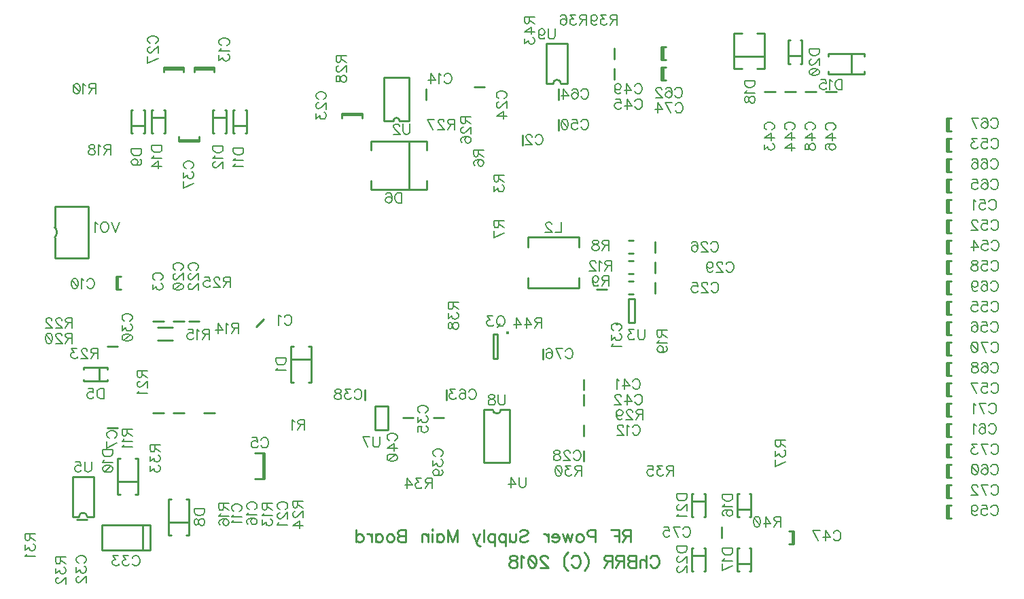
<source format=gbr>
G04 DipTrace 3.2.0.1*
G04 BottomSilk.gbr*
%MOIN*%
G04 #@! TF.FileFunction,Legend,Bot*
G04 #@! TF.Part,Single*
%ADD10C,0.009843*%
%ADD53C,0.015422*%
%ADD61C,0.015412*%
%ADD144C,0.00772*%
%ADD145C,0.009264*%
%FSLAX26Y26*%
G04*
G70*
G90*
G75*
G01*
G04 BotSilk*
%LPD*%
X2285335Y1763229D2*
D10*
X2249173Y1727066D1*
X3556102Y2618130D2*
Y2669272D1*
X1743130Y1756299D2*
X1794272D1*
X2283119Y980654D2*
Y1106748D1*
X2290631Y980654D2*
Y1106748D1*
Y980654D2*
X2243295Y980707D1*
X2290631Y1106748D2*
X2243295Y1106694D1*
X1518130Y1231299D2*
X1569272D1*
X1569488Y1975165D2*
Y1912236D1*
X1562039Y1975165D2*
Y1912236D1*
Y1975165D2*
X1585598D1*
X1562039Y1912236D2*
X1585598D1*
X1794272Y1306102D2*
X1743130D1*
X3856299Y1244272D2*
Y1193130D1*
X2042917Y2992913D2*
X1944484D1*
X2042917Y3000362D2*
X1944484D1*
X2042917D2*
Y2976803D1*
X1944484Y3000362D2*
Y2976803D1*
X3081299Y2894272D2*
Y2843130D1*
X1894272Y1306102D2*
X1843130D1*
Y1756299D2*
X1894272D1*
X2044272Y1306102D2*
X1993130D1*
X1918130Y1756299D2*
X1969272D1*
X2767917Y2767913D2*
X2669484D1*
X2767917Y2775362D2*
X2669484D1*
X2767917D2*
Y2751803D1*
X2669484Y2775362D2*
Y2751803D1*
X3369272Y2906102D2*
X3318130D1*
X4206299Y1944272D2*
Y1893130D1*
Y2144272D2*
Y2093130D1*
X1892917Y2992913D2*
X1794484D1*
X1892917Y3000362D2*
X1794484D1*
X1892917D2*
Y2976803D1*
X1794484Y3000362D2*
Y2976803D1*
X3856299Y1119272D2*
Y1068130D1*
X4206299Y2044272D2*
Y1993130D1*
X1518130Y1631299D2*
X1569272D1*
X3969272Y1910060D2*
X3918130D1*
X1419272Y781102D2*
X1368130D1*
X1729444Y756201D2*
X1491934D1*
Y631201D1*
X1729444D1*
Y756201D1*
X1691917D2*
Y631201D1*
X2968130Y1281299D2*
X3019272D1*
X1869484Y2644488D2*
X1967917D1*
X1869484Y2637039D2*
X1967917D1*
X1869484D2*
Y2660598D1*
X1967917Y2637039D2*
Y2660598D1*
X2781299Y1419272D2*
Y1368130D1*
X3169272Y1281102D2*
X3118130D1*
X3019272D2*
X2968130D1*
X3856299Y1469272D2*
Y1418130D1*
Y1394272D2*
Y1343130D1*
X4794272Y2881102D2*
X4743130D1*
X4894272D2*
X4843130D1*
X4006299Y2994272D2*
Y2943130D1*
X5094272Y2881102D2*
X5043130D1*
X4878150Y662236D2*
Y725165D1*
X4885598Y662236D2*
Y725165D1*
Y662236D2*
X4862039D1*
X4885598Y725165D2*
X4862039D1*
X4994272Y2881102D2*
X4943130D1*
X4006299Y3094272D2*
Y3043130D1*
X3731102Y2693130D2*
Y2744272D1*
X5644488Y2350165D2*
Y2287236D1*
X5637039Y2350165D2*
Y2287236D1*
Y2350165D2*
X5660598D1*
X5637039Y2287236D2*
X5660598D1*
X5644488Y2250165D2*
Y2187236D1*
X5637039Y2250165D2*
Y2187236D1*
Y2250165D2*
X5660598D1*
X5637039Y2187236D2*
X5660598D1*
X5644488Y2650165D2*
Y2587236D1*
X5637039Y2650165D2*
Y2587236D1*
Y2650165D2*
X5660598D1*
X5637039Y2587236D2*
X5660598D1*
X5644488Y2150165D2*
Y2087236D1*
X5637039Y2150165D2*
Y2087236D1*
Y2150165D2*
X5660598D1*
X5637039Y2087236D2*
X5660598D1*
X5644488Y1850165D2*
Y1787236D1*
X5637039Y1850165D2*
Y1787236D1*
Y1850165D2*
X5660598D1*
X5637039Y1787236D2*
X5660598D1*
X5644488Y1750165D2*
Y1687236D1*
X5637039Y1750165D2*
Y1687236D1*
Y1750165D2*
X5660598D1*
X5637039Y1687236D2*
X5660598D1*
X5644488Y1450165D2*
Y1387236D1*
X5637039Y1450165D2*
Y1387236D1*
Y1450165D2*
X5660598D1*
X5637039Y1387236D2*
X5660598D1*
X5644488Y2050165D2*
Y1987236D1*
X5637039Y2050165D2*
Y1987236D1*
Y2050165D2*
X5660598D1*
X5637039Y1987236D2*
X5660598D1*
X5644488Y850165D2*
Y787236D1*
X5637039Y850165D2*
Y787236D1*
Y850165D2*
X5660598D1*
X5637039Y787236D2*
X5660598D1*
X5644488Y1050165D2*
Y987236D1*
X5637039Y1050165D2*
Y987236D1*
Y1050165D2*
X5660598D1*
X5637039Y987236D2*
X5660598D1*
X5644488Y1250165D2*
Y1187236D1*
X5637039Y1250165D2*
Y1187236D1*
Y1250165D2*
X5660598D1*
X5637039Y1187236D2*
X5660598D1*
X4244488Y3100165D2*
Y3037236D1*
X4237039Y3100165D2*
Y3037236D1*
Y3100165D2*
X4260598D1*
X4237039Y3037236D2*
X4260598D1*
X3181102Y1368130D2*
Y1419272D1*
X3731102Y2843130D2*
Y2894272D1*
X5644488Y2450165D2*
Y2387236D1*
X5637039Y2450165D2*
Y2387236D1*
Y2450165D2*
X5660598D1*
X5637039Y2387236D2*
X5660598D1*
X5644488Y2550165D2*
Y2487236D1*
X5637039Y2550165D2*
Y2487236D1*
Y2550165D2*
X5660598D1*
X5637039Y2487236D2*
X5660598D1*
X5644488Y2750165D2*
Y2687236D1*
X5637039Y2750165D2*
Y2687236D1*
Y2750165D2*
X5660598D1*
X5637039Y2687236D2*
X5660598D1*
X5644488Y1550165D2*
Y1487236D1*
X5637039Y1550165D2*
Y1487236D1*
Y1550165D2*
X5660598D1*
X5637039Y1487236D2*
X5660598D1*
X5644488Y1950165D2*
Y1887236D1*
X5637039Y1950165D2*
Y1887236D1*
Y1950165D2*
X5660598D1*
X5637039Y1887236D2*
X5660598D1*
X5644488Y1650165D2*
Y1587236D1*
X5637039Y1650165D2*
Y1587236D1*
Y1650165D2*
X5660598D1*
X5637039Y1587236D2*
X5660598D1*
X5644488Y1350165D2*
Y1287236D1*
X5637039Y1350165D2*
Y1287236D1*
Y1350165D2*
X5660598D1*
X5637039Y1287236D2*
X5660598D1*
X5644488Y950165D2*
Y887236D1*
X5637039Y950165D2*
Y887236D1*
Y950165D2*
X5660598D1*
X5637039Y887236D2*
X5660598D1*
X5644488Y1150165D2*
Y1087236D1*
X5637039Y1150165D2*
Y1087236D1*
Y1150165D2*
X5660598D1*
X5637039Y1087236D2*
X5660598D1*
X4244488Y3000165D2*
Y2937236D1*
X4237039Y3000165D2*
Y2937236D1*
Y3000165D2*
X4260598D1*
X4237039Y2937236D2*
X4260598D1*
X4531102Y693130D2*
Y744272D1*
X3656102Y1568130D2*
Y1619272D1*
X2418701Y1631204D2*
Y1456197D1*
X2518701Y1631204D2*
X2506201D1*
X2518701Y1456197D2*
Y1631204D1*
X2418701D2*
X2431201D1*
X2418701Y1456197D2*
X2431201D1*
X2518701D2*
X2506201D1*
X2418701Y1568702D2*
X2518701D1*
X1403543Y1460236D2*
X1517717D1*
X1403543Y1527165D2*
X1517717D1*
X1403543Y1468134D2*
Y1460236D1*
Y1527165D2*
Y1519268D1*
X1517717Y1468134D2*
Y1460236D1*
Y1527165D2*
Y1519268D1*
X1480315Y1527165D2*
Y1460236D1*
X3086529Y2399951D2*
X2811503D1*
X2999005Y2637451D2*
Y2399951D1*
X3086529Y2637451D2*
Y2593703D1*
Y2399951D2*
Y2443698D1*
Y2637451D2*
X2811503D1*
Y2593703D1*
Y2399951D2*
Y2443698D1*
X1918701Y706197D2*
Y881204D1*
X1818701Y706197D2*
X1831201D1*
X1818701Y881204D2*
Y706197D1*
X1918701D2*
X1906201D1*
X1918701Y881204D2*
X1906201D1*
X1818701D2*
X1831201D1*
X1918701Y768700D2*
X1818701D1*
X1635236Y2792717D2*
Y2678543D1*
X1702165Y2792717D2*
Y2678543D1*
X1643134Y2792717D2*
X1635236D1*
X1702165D2*
X1694268D1*
X1643134Y2678543D2*
X1635236D1*
X1702165D2*
X1694268D1*
X1702165Y2715945D2*
X1635236D1*
X1668701Y906197D2*
Y1081204D1*
X1568701Y906197D2*
X1581201D1*
X1568701Y1081204D2*
Y906197D1*
X1668701D2*
X1656201D1*
X1668701Y1081204D2*
X1656201D1*
X1568701D2*
X1581201D1*
X1668701Y968700D2*
X1568701D1*
X2135236Y2792717D2*
Y2678543D1*
X2202165Y2792717D2*
Y2678543D1*
X2143134Y2792717D2*
X2135236D1*
X2202165D2*
X2194268D1*
X2143134Y2678543D2*
X2135236D1*
X2202165D2*
X2194268D1*
X2202165Y2715945D2*
X2135236D1*
X2102165Y2678543D2*
Y2792717D1*
X2035236Y2678543D2*
Y2792717D1*
X2094268Y2678543D2*
X2102165D1*
X2035236D2*
X2043134D1*
X2094268Y2792717D2*
X2102165D1*
X2035236D2*
X2043134D1*
X2035236Y2755315D2*
X2102165D1*
X1802165Y2678543D2*
Y2792717D1*
X1735236Y2678543D2*
Y2792717D1*
X1794268Y2678543D2*
X1802165D1*
X1735236D2*
X1743134D1*
X1794268Y2792717D2*
X1802165D1*
X1735236D2*
X1743134D1*
X1735236Y2755315D2*
X1802165D1*
X5231204Y3068701D2*
X5056197D1*
X5231204Y2968701D2*
Y2981201D1*
X5056197Y2968701D2*
X5231204D1*
Y3068701D2*
Y3056201D1*
X5056197Y3068701D2*
Y3056201D1*
Y2968701D2*
Y2981201D1*
X5168702Y3068701D2*
Y2968701D1*
X4610236Y908858D2*
Y794685D1*
X4677165Y908858D2*
Y794685D1*
X4618134Y908858D2*
X4610236D1*
X4677165D2*
X4669268D1*
X4618134Y794685D2*
X4610236D1*
X4677165D2*
X4669268D1*
X4677165Y832087D2*
X4610236D1*
Y642717D2*
Y528543D1*
X4677165Y642717D2*
Y528543D1*
X4618134Y642717D2*
X4610236D1*
X4677165D2*
X4669268D1*
X4618134Y528543D2*
X4610236D1*
X4677165D2*
X4669268D1*
X4677165Y565945D2*
X4610236D1*
X4743701Y2993688D2*
Y3168713D1*
X4593701Y2993712D2*
X4631201Y2993688D1*
X4593701Y3168713D2*
Y2993688D1*
X4743701Y2993712D2*
X4706201Y2993688D1*
X4743701Y3168690D2*
X4706201Y3168713D1*
X4593701Y3168690D2*
X4631201Y3168713D1*
X4743701Y3056201D2*
X4593701D1*
X4860236Y3133858D2*
Y3019685D1*
X4927165Y3133858D2*
Y3019685D1*
X4868134Y3133858D2*
X4860236D1*
X4927165D2*
X4919268D1*
X4868134Y3019685D2*
X4860236D1*
X4927165D2*
X4919268D1*
X4927165Y3057087D2*
X4860236D1*
X4452165Y794685D2*
Y908858D1*
X4385236Y794685D2*
Y908858D1*
X4444268Y794685D2*
X4452165D1*
X4385236D2*
X4393134D1*
X4444268Y908858D2*
X4452165D1*
X4385236D2*
X4393134D1*
X4385236Y871457D2*
X4452165D1*
Y528543D2*
Y642717D1*
X4385236Y528543D2*
Y642717D1*
X4444268Y528543D2*
X4452165D1*
X4385236D2*
X4393134D1*
X4444268Y642717D2*
X4452165D1*
X4385236D2*
X4393134D1*
X4385236Y605315D2*
X4452165D1*
X3581185Y2168701D2*
Y2118701D1*
Y2168701D2*
X3831217D1*
Y2118701D1*
X3581185Y1968701D2*
Y1918701D1*
X3831217D1*
Y1968701D2*
Y1918701D1*
D53*
X3483410Y1699550D3*
X3433268Y1690349D2*
D10*
Y1572244D1*
X3413583D1*
Y1690349D1*
X3433268D1*
X4076803Y2150165D2*
X4100362D1*
X4076803Y2087236D2*
X4100362D1*
X4076803Y1950165D2*
X4100362D1*
X4076803Y1887236D2*
X4100362D1*
X4076803Y2050165D2*
X4100362D1*
X4076803Y1987236D2*
X4100362D1*
X1764429Y1724953D2*
X1839411D1*
X1764429Y1662449D2*
X1839411D1*
X2874411Y2737402D2*
Y2950000D1*
X3000392D1*
Y2737402D2*
Y2950000D1*
X2874411Y2737402D2*
X2921654D1*
X3000392D2*
X2953149D1*
X2921654D2*
G02X2953149Y2737402I15748J6D01*
G01*
D61*
X4020725Y1741984D3*
X4074790Y1747246D2*
D10*
Y1865354D1*
X4106270Y1747246D2*
Y1865354D1*
X4074790D2*
X4106270D1*
X4074790Y1747246D2*
X4106270D1*
X1348812Y795274D2*
Y992128D1*
X1451188Y795274D2*
Y992128D1*
X1348812D2*
X1451188D1*
X1380306Y795274D2*
X1348812D1*
X1419694D2*
X1451188D1*
X1380306D2*
G02X1419694Y795274I19694J-9D01*
G01*
X2895476Y1223031D2*
X2832476D1*
Y1339173D1*
X2895476D1*
Y1223031D1*
X3492510Y1320973D2*
Y1061114D1*
X3366538Y1320973D2*
Y1061114D1*
X3492510D2*
X3366538D1*
X3492510Y1320973D2*
X3449212D1*
X3409835D2*
X3366538D1*
X3449212D2*
G02X3409835Y1320973I-19689J-9D01*
G01*
X3673812Y2920274D2*
Y3117128D1*
X3776188Y2920274D2*
Y3117128D1*
X3673812D2*
X3776188D1*
X3705306Y2920274D2*
X3673812D1*
X3744694D2*
X3776188D1*
X3705306D2*
G02X3744694Y2920274I19694J-9D01*
G01*
X1260892Y2166475D2*
Y2066232D1*
Y2166475D2*
G03X1260892Y2216596I-25161J25061D01*
G01*
Y2066232D2*
X1426509D1*
Y2316839D1*
X1260892D1*
Y2216596D1*
X2388152Y1774514D2*
D144*
X2390529Y1779267D1*
X2395337Y1784075D1*
X2400091Y1786452D1*
X2409652D1*
X2414461Y1784075D1*
X2419214Y1779267D1*
X2421646Y1774514D1*
X2424022Y1767329D1*
Y1755335D1*
X2421646Y1748205D1*
X2419214Y1743397D1*
X2414461Y1738644D1*
X2409652Y1736212D1*
X2400091D1*
X2395337Y1738644D1*
X2390529Y1743397D1*
X2388152Y1748205D1*
X2372713Y1776835D2*
X2367905Y1779267D1*
X2360720Y1786397D1*
Y1736212D1*
X3618736Y2659513D2*
X3621113Y2664266D1*
X3625921Y2669075D1*
X3630674Y2671451D1*
X3640236D1*
X3645044Y2669075D1*
X3649798Y2664266D1*
X3652229Y2659513D1*
X3654606Y2652328D1*
Y2640335D1*
X3652229Y2633205D1*
X3649798Y2628396D1*
X3645044Y2623643D1*
X3640236Y2621211D1*
X3630674D1*
X3625921Y2623643D1*
X3621113Y2628396D1*
X3618736Y2633205D1*
X3600865Y2659458D2*
Y2661835D1*
X3598488Y2666643D1*
X3596112Y2669020D1*
X3591303Y2671396D1*
X3581742D1*
X3576989Y2669020D1*
X3574612Y2666643D1*
X3572180Y2661835D1*
Y2657081D1*
X3574612Y2652273D1*
X3579365Y2645143D1*
X3603297Y2621211D1*
X3569803D1*
X1752888Y1956728D2*
X1748135Y1959105D1*
X1743327Y1963913D1*
X1740950Y1968666D1*
Y1978228D1*
X1743327Y1983037D1*
X1748135Y1987790D1*
X1752888Y1990222D1*
X1760073Y1992598D1*
X1772067D1*
X1779197Y1990222D1*
X1784005Y1987790D1*
X1788758Y1983036D1*
X1791190Y1978228D1*
Y1968666D1*
X1788758Y1963913D1*
X1784005Y1959105D1*
X1779197Y1956728D1*
X1741005Y1936481D2*
Y1910228D1*
X1760129Y1924542D1*
Y1917357D1*
X1762505Y1912604D1*
X1764882Y1910228D1*
X1772067Y1907796D1*
X1776820D1*
X1784005Y1910228D1*
X1788814Y1914981D1*
X1791190Y1922166D1*
Y1929351D1*
X1788814Y1936481D1*
X1786382Y1938857D1*
X1781629Y1941289D1*
X2273460Y1171915D2*
X2275837Y1176668D1*
X2280646Y1181476D1*
X2285399Y1183853D1*
X2294960D1*
X2299769Y1181476D1*
X2304522Y1176668D1*
X2306954Y1171915D1*
X2309330Y1164730D1*
Y1152736D1*
X2306954Y1145606D1*
X2304522Y1140798D1*
X2299769Y1136045D1*
X2294960Y1133613D1*
X2285399D1*
X2280646Y1136045D1*
X2275837Y1140798D1*
X2273460Y1145606D1*
X2229336Y1183798D2*
X2253213D1*
X2255589Y1162298D1*
X2253213Y1164674D1*
X2246028Y1167106D1*
X2238898D1*
X2231713Y1164674D1*
X2226904Y1159921D1*
X2224528Y1152736D1*
Y1147983D1*
X2226904Y1140798D1*
X2231713Y1135990D1*
X2238898Y1133613D1*
X2246028D1*
X2253213Y1135990D1*
X2255589Y1138421D1*
X2258021Y1143175D1*
X1527888Y1181728D2*
X1523135Y1184105D1*
X1518327Y1188913D1*
X1515950Y1193666D1*
Y1203228D1*
X1518327Y1208037D1*
X1523135Y1212790D1*
X1527888Y1215222D1*
X1535073Y1217598D1*
X1547067D1*
X1554197Y1215222D1*
X1559005Y1212790D1*
X1563758Y1208036D1*
X1566190Y1203228D1*
Y1193666D1*
X1563758Y1188913D1*
X1559005Y1184105D1*
X1554197Y1181728D1*
X1566190Y1156727D2*
X1516005Y1132796D1*
Y1166289D1*
X1419067Y1952919D2*
X1421443Y1957672D1*
X1426252Y1962480D1*
X1431005Y1964857D1*
X1440566D1*
X1445375Y1962480D1*
X1450128Y1957672D1*
X1452560Y1952919D1*
X1454937Y1945734D1*
Y1933740D1*
X1452560Y1926610D1*
X1450128Y1921802D1*
X1445375Y1917049D1*
X1440566Y1914617D1*
X1431005D1*
X1426252Y1917049D1*
X1421443Y1921802D1*
X1419067Y1926610D1*
X1403627Y1955240D2*
X1398819Y1957672D1*
X1391634Y1964802D1*
Y1914617D1*
X1361825Y1964802D2*
X1369010Y1962425D1*
X1373818Y1955240D1*
X1376195Y1943302D1*
Y1936117D1*
X1373818Y1924179D1*
X1369010Y1916994D1*
X1361825Y1914617D1*
X1357071D1*
X1349886Y1916994D1*
X1345133Y1924179D1*
X1342701Y1936117D1*
Y1943302D1*
X1345133Y1955240D1*
X1349886Y1962425D1*
X1357071Y1964802D1*
X1361825D1*
X1345133Y1955240D2*
X1373818Y1924179D1*
X2140388Y821703D2*
X2135635Y824079D1*
X2130827Y828888D1*
X2128450Y833641D1*
Y843202D1*
X2130827Y848011D1*
X2135635Y852764D1*
X2140388Y855196D1*
X2147573Y857572D1*
X2159567D1*
X2166697Y855196D1*
X2171505Y852764D1*
X2176258Y848011D1*
X2178690Y843202D1*
Y833641D1*
X2176258Y828888D1*
X2171505Y824079D1*
X2166697Y821703D1*
X2138067Y806263D2*
X2135635Y801455D1*
X2128505Y794270D1*
X2178690D1*
X2138067Y778831D2*
X2135635Y774022D1*
X2128505Y766837D1*
X2178690D1*
X4095445Y1234513D2*
X4097821Y1239266D1*
X4102630Y1244075D1*
X4107383Y1246451D1*
X4116944D1*
X4121753Y1244075D1*
X4126506Y1239266D1*
X4128938Y1234513D1*
X4131314Y1227328D1*
Y1215335D1*
X4128938Y1208205D1*
X4126506Y1203396D1*
X4121753Y1198643D1*
X4116944Y1196211D1*
X4107383D1*
X4102630Y1198643D1*
X4097821Y1203396D1*
X4095445Y1208205D1*
X4080005Y1236835D2*
X4075197Y1239266D1*
X4068012Y1246396D1*
Y1196211D1*
X4050141Y1234458D2*
Y1236835D1*
X4047764Y1241643D1*
X4045388Y1244020D1*
X4040579Y1246396D1*
X4031017D1*
X4026264Y1244020D1*
X4023888Y1241643D1*
X4021456Y1236835D1*
Y1232081D1*
X4023888Y1227273D1*
X4028641Y1220143D1*
X4052573Y1196211D1*
X4019079D1*
X2079266Y3108830D2*
X2074513Y3111207D1*
X2069705Y3116015D1*
X2067328Y3120769D1*
Y3130330D1*
X2069705Y3135139D1*
X2074513Y3139892D1*
X2079266Y3142324D1*
X2086451Y3144700D1*
X2098445D1*
X2105575Y3142324D1*
X2110383Y3139892D1*
X2115136Y3135139D1*
X2117568Y3130330D1*
Y3120769D1*
X2115136Y3116015D1*
X2110383Y3111207D1*
X2105575Y3108830D1*
X2076945Y3093391D2*
X2074513Y3088583D1*
X2067383Y3081398D1*
X2117568D1*
X2067383Y3061150D2*
Y3034897D1*
X2086507Y3049212D1*
Y3042027D1*
X2088883Y3037274D1*
X2091260Y3034897D1*
X2098445Y3032465D1*
X2103198D1*
X2110383Y3034897D1*
X2115192Y3039650D1*
X2117568Y3046835D1*
Y3054020D1*
X2115192Y3061150D1*
X2112760Y3063527D1*
X2108007Y3065958D1*
X3171633Y2959513D2*
X3174009Y2964266D1*
X3178818Y2969075D1*
X3183571Y2971451D1*
X3193133D1*
X3197941Y2969075D1*
X3202694Y2964266D1*
X3205126Y2959513D1*
X3207503Y2952328D1*
Y2940335D1*
X3205126Y2933205D1*
X3202694Y2928396D1*
X3197941Y2923643D1*
X3193133Y2921211D1*
X3183571D1*
X3178818Y2923643D1*
X3174009Y2928396D1*
X3171633Y2933205D1*
X3156194Y2961835D2*
X3151385Y2964266D1*
X3144200Y2971396D1*
Y2921211D1*
X3104829D2*
Y2971396D1*
X3128761Y2937958D1*
X3092891D1*
X2215388Y831237D2*
X2210635Y833613D1*
X2205827Y838422D1*
X2203450Y843175D1*
Y852736D1*
X2205827Y857545D1*
X2210635Y862298D1*
X2215388Y864730D1*
X2222573Y867106D1*
X2234567D1*
X2241697Y864730D1*
X2246505Y862298D1*
X2251258Y857545D1*
X2253690Y852736D1*
Y843175D1*
X2251258Y838422D1*
X2246505Y833613D1*
X2241697Y831237D1*
X2213067Y815797D2*
X2210635Y810989D1*
X2203505Y803804D1*
X2253690D1*
X2210635Y759680D2*
X2205882Y762056D1*
X2203505Y769241D1*
Y773995D1*
X2205882Y781180D1*
X2213067Y785988D1*
X2225005Y788365D1*
X2236944D1*
X2246505Y785988D1*
X2251314Y781180D1*
X2253690Y773995D1*
Y771618D1*
X2251314Y764488D1*
X2246505Y759680D1*
X2239320Y757303D1*
X2236943D1*
X2229758Y759680D1*
X2225005Y764488D1*
X2222629Y771618D1*
Y773995D1*
X2225005Y781180D1*
X2229759Y785988D1*
X2236944Y788365D1*
X1852888Y2006195D2*
X1848135Y2008571D1*
X1843327Y2013380D1*
X1840950Y2018133D1*
Y2027694D1*
X1843327Y2032503D1*
X1848135Y2037256D1*
X1852888Y2039688D1*
X1860073Y2042064D1*
X1872067D1*
X1879197Y2039688D1*
X1884005Y2037256D1*
X1888758Y2032503D1*
X1891190Y2027694D1*
Y2018133D1*
X1888758Y2013380D1*
X1884005Y2008571D1*
X1879197Y2006194D1*
X1852944Y1988323D2*
X1850567D1*
X1845759Y1985947D1*
X1843382Y1983570D1*
X1841005Y1978762D1*
Y1969200D1*
X1843382Y1964447D1*
X1845759Y1962070D1*
X1850567Y1959639D1*
X1855320D1*
X1860129Y1962070D1*
X1867259Y1966824D1*
X1891190Y1990755D1*
Y1957262D1*
X1841005Y1927453D2*
X1843382Y1934638D1*
X1850567Y1939446D1*
X1862505Y1941823D1*
X1869690D1*
X1881629Y1939446D1*
X1888814Y1934638D1*
X1891190Y1927453D1*
Y1922699D1*
X1888814Y1915514D1*
X1881629Y1910761D1*
X1869690Y1908329D1*
X1862505D1*
X1850567Y1910761D1*
X1843382Y1915514D1*
X1841005Y1922700D1*
Y1927453D1*
X1850567Y1910761D2*
X1881629Y1939446D1*
X2365388Y832452D2*
X2360635Y834829D1*
X2355827Y839638D1*
X2353450Y844391D1*
Y853952D1*
X2355827Y858761D1*
X2360635Y863514D1*
X2365388Y865946D1*
X2372573Y868322D1*
X2384567D1*
X2391697Y865946D1*
X2396505Y863514D1*
X2401258Y858761D1*
X2403690Y853952D1*
Y844391D1*
X2401258Y839637D1*
X2396505Y834829D1*
X2391697Y832452D1*
X2365444Y814581D2*
X2363067D1*
X2358259Y812205D1*
X2355882Y809828D1*
X2353505Y805020D1*
Y795458D1*
X2355882Y790705D1*
X2358259Y788328D1*
X2363067Y785897D1*
X2367820D1*
X2372629Y788328D1*
X2379759Y793082D1*
X2403690Y817013D1*
Y783520D1*
X2363067Y768081D2*
X2360635Y763272D1*
X2353505Y756087D1*
X2403690D1*
X1927888Y2006195D2*
X1923135Y2008571D1*
X1918327Y2013380D1*
X1915950Y2018133D1*
Y2027694D1*
X1918327Y2032503D1*
X1923135Y2037256D1*
X1927888Y2039688D1*
X1935073Y2042064D1*
X1947067D1*
X1954197Y2039688D1*
X1959005Y2037256D1*
X1963758Y2032503D1*
X1966190Y2027694D1*
Y2018133D1*
X1963758Y2013380D1*
X1959005Y2008571D1*
X1954197Y2006194D1*
X1927944Y1988323D2*
X1925567D1*
X1920759Y1985947D1*
X1918382Y1983570D1*
X1916005Y1978762D1*
Y1969200D1*
X1918382Y1964447D1*
X1920759Y1962070D1*
X1925567Y1959639D1*
X1930320D1*
X1935129Y1962070D1*
X1942259Y1966824D1*
X1966190Y1990755D1*
Y1957262D1*
X1927944Y1939391D2*
X1925567D1*
X1920759Y1937014D1*
X1918382Y1934638D1*
X1916005Y1929829D1*
Y1920268D1*
X1918382Y1915514D1*
X1920759Y1913138D1*
X1925567Y1910706D1*
X1930320D1*
X1935129Y1913138D1*
X1942258Y1917891D1*
X1966190Y1941823D1*
Y1908329D1*
X2554266Y2844580D2*
X2549513Y2846957D1*
X2544705Y2851765D1*
X2542328Y2856519D1*
Y2866080D1*
X2544705Y2870889D1*
X2549513Y2875642D1*
X2554266Y2878074D1*
X2561451Y2880450D1*
X2573445D1*
X2580575Y2878074D1*
X2585383Y2875642D1*
X2590136Y2870889D1*
X2592568Y2866080D1*
Y2856519D1*
X2590136Y2851765D1*
X2585383Y2846957D1*
X2580575Y2844580D1*
X2554322Y2826709D2*
X2551945D1*
X2547137Y2824333D1*
X2544760Y2821956D1*
X2542383Y2817148D1*
Y2807586D1*
X2544760Y2802833D1*
X2547137Y2800456D1*
X2551945Y2798024D1*
X2556698D1*
X2561507Y2800456D1*
X2568636Y2805209D1*
X2592568Y2829141D1*
Y2795648D1*
X2542383Y2775400D2*
Y2749147D1*
X2561507Y2763462D1*
Y2756277D1*
X2563883Y2751524D1*
X2566260Y2749147D1*
X2573445Y2746715D1*
X2578198D1*
X2585383Y2749147D1*
X2590192Y2753900D1*
X2592568Y2761085D1*
Y2768270D1*
X2590192Y2775400D1*
X2587760Y2777777D1*
X2583007Y2780209D1*
X3439496Y2849238D2*
X3434743Y2851615D1*
X3429934Y2856423D1*
X3427558Y2861177D1*
Y2870738D1*
X3429934Y2875547D1*
X3434743Y2880300D1*
X3439496Y2882732D1*
X3446681Y2885108D1*
X3458675D1*
X3465804Y2882732D1*
X3470613Y2880300D1*
X3475366Y2875547D1*
X3477798Y2870738D1*
Y2861177D1*
X3475366Y2856423D1*
X3470613Y2851615D1*
X3465804Y2849238D1*
X3439551Y2831367D2*
X3437175D1*
X3432366Y2828991D1*
X3429990Y2826614D1*
X3427613Y2821806D1*
Y2812244D1*
X3429990Y2807491D1*
X3432366Y2805114D1*
X3437175Y2802682D1*
X3441928D1*
X3446736Y2805114D1*
X3453866Y2809867D1*
X3477798Y2833799D1*
Y2800306D1*
Y2760935D2*
X3427613D1*
X3461051Y2784867D1*
Y2748997D1*
X4481194Y1934513D2*
X4483571Y1939266D1*
X4488380Y1944075D1*
X4493133Y1946451D1*
X4502694D1*
X4507503Y1944075D1*
X4512256Y1939266D1*
X4514688Y1934513D1*
X4517064Y1927328D1*
Y1915335D1*
X4514688Y1908205D1*
X4512256Y1903396D1*
X4507503Y1898643D1*
X4502694Y1896211D1*
X4493133D1*
X4488380Y1898643D1*
X4483571Y1903396D1*
X4481194Y1908205D1*
X4463323Y1934458D2*
Y1936835D1*
X4460947Y1941643D1*
X4458570Y1944020D1*
X4453762Y1946396D1*
X4444200D1*
X4439447Y1944020D1*
X4437070Y1941643D1*
X4434638Y1936835D1*
Y1932081D1*
X4437070Y1927273D1*
X4441824Y1920143D1*
X4465755Y1896211D1*
X4432262D1*
X4388138Y1946396D2*
X4412014D1*
X4414391Y1924896D1*
X4412014Y1927273D1*
X4404829Y1929705D1*
X4397699D1*
X4390514Y1927273D1*
X4385706Y1922520D1*
X4383329Y1915335D1*
Y1910581D1*
X4385706Y1903396D1*
X4390514Y1898588D1*
X4397699Y1896211D1*
X4404829D1*
X4412014Y1898588D1*
X4414391Y1901020D1*
X4416823Y1905773D1*
X4479979Y2134513D2*
X4482355Y2139266D1*
X4487164Y2144075D1*
X4491917Y2146451D1*
X4501478D1*
X4506287Y2144075D1*
X4511040Y2139266D1*
X4513472Y2134513D1*
X4515848Y2127328D1*
Y2115335D1*
X4513472Y2108205D1*
X4511040Y2103396D1*
X4506287Y2098643D1*
X4501478Y2096211D1*
X4491917D1*
X4487164Y2098643D1*
X4482355Y2103396D1*
X4479979Y2108205D1*
X4462107Y2134458D2*
Y2136835D1*
X4459731Y2141643D1*
X4457354Y2144020D1*
X4452546Y2146396D1*
X4442984D1*
X4438231Y2144020D1*
X4435854Y2141643D1*
X4433423Y2136835D1*
Y2132081D1*
X4435854Y2127273D1*
X4440608Y2120143D1*
X4464539Y2096211D1*
X4431046D1*
X4386922Y2139266D2*
X4389298Y2144020D1*
X4396483Y2146396D1*
X4401237D1*
X4408422Y2144020D1*
X4413230Y2136835D1*
X4415607Y2124896D1*
Y2112958D1*
X4413230Y2103396D1*
X4408422Y2098588D1*
X4401237Y2096211D1*
X4398860D1*
X4391730Y2098588D1*
X4386922Y2103396D1*
X4384545Y2110581D1*
Y2112958D1*
X4386922Y2120143D1*
X4391730Y2124896D1*
X4398860Y2127273D1*
X4401237D1*
X4408422Y2124896D1*
X4413230Y2120143D1*
X4415607Y2112958D1*
X1729266Y3119580D2*
X1724513Y3121957D1*
X1719705Y3126765D1*
X1717328Y3131519D1*
Y3141080D1*
X1719705Y3145889D1*
X1724513Y3150642D1*
X1729266Y3153074D1*
X1736451Y3155450D1*
X1748445D1*
X1755575Y3153074D1*
X1760383Y3150642D1*
X1765136Y3145889D1*
X1767568Y3141080D1*
Y3131519D1*
X1765136Y3126765D1*
X1760383Y3121957D1*
X1755575Y3119580D1*
X1729322Y3101709D2*
X1726945D1*
X1722137Y3099333D1*
X1719760Y3096956D1*
X1717383Y3092148D1*
Y3082586D1*
X1719760Y3077833D1*
X1722137Y3075456D1*
X1726945Y3073024D1*
X1731698D1*
X1736507Y3075456D1*
X1743636Y3080209D1*
X1767568Y3104141D1*
Y3070648D1*
Y3045647D2*
X1717383Y3021715D1*
Y3055209D1*
X3806167Y1109513D2*
X3808543Y1114266D1*
X3813352Y1119075D1*
X3818105Y1121451D1*
X3827667D1*
X3832475Y1119075D1*
X3837228Y1114266D1*
X3839660Y1109513D1*
X3842037Y1102328D1*
Y1090335D1*
X3839660Y1083205D1*
X3837228Y1078396D1*
X3832475Y1073643D1*
X3827667Y1071211D1*
X3818105D1*
X3813352Y1073643D1*
X3808543Y1078396D1*
X3806167Y1083205D1*
X3788296Y1109458D2*
Y1111835D1*
X3785919Y1116643D1*
X3783543Y1119020D1*
X3778734Y1121396D1*
X3769172D1*
X3764419Y1119020D1*
X3762043Y1116643D1*
X3759611Y1111835D1*
Y1107081D1*
X3762043Y1102273D1*
X3766796Y1095143D1*
X3790728Y1071211D1*
X3757234D1*
X3729857Y1121396D2*
X3736987Y1119020D1*
X3739418Y1114266D1*
Y1109458D1*
X3736987Y1104705D1*
X3732233Y1102273D1*
X3722672Y1099896D1*
X3715487Y1097520D1*
X3710734Y1092711D1*
X3708357Y1087958D1*
Y1080773D1*
X3710734Y1076020D1*
X3713110Y1073588D1*
X3720295Y1071211D1*
X3729857D1*
X3736987Y1073588D1*
X3739418Y1076020D1*
X3741795Y1080773D1*
Y1087958D1*
X3739418Y1092711D1*
X3734610Y1097520D1*
X3727480Y1099896D1*
X3717919Y1102273D1*
X3713110Y1104705D1*
X3710734Y1109458D1*
Y1114266D1*
X3713110Y1119020D1*
X3720295Y1121396D1*
X3729857D1*
X4555006Y2034513D2*
X4557383Y2039266D1*
X4562191Y2044075D1*
X4566944Y2046451D1*
X4576506D1*
X4581314Y2044075D1*
X4586068Y2039266D1*
X4588500Y2034513D1*
X4590876Y2027328D1*
Y2015335D1*
X4588500Y2008205D1*
X4586068Y2003396D1*
X4581314Y1998643D1*
X4576506Y1996211D1*
X4566944D1*
X4562191Y1998643D1*
X4557383Y2003396D1*
X4555006Y2008205D1*
X4537135Y2034458D2*
Y2036835D1*
X4534758Y2041643D1*
X4532382Y2044020D1*
X4527573Y2046396D1*
X4518012D1*
X4513259Y2044020D1*
X4510882Y2041643D1*
X4508450Y2036835D1*
Y2032081D1*
X4510882Y2027273D1*
X4515635Y2020143D1*
X4539567Y1996211D1*
X4506074D1*
X4459518Y2029705D2*
X4461949Y2022520D1*
X4466703Y2017711D1*
X4473888Y2015335D1*
X4476264D1*
X4483449Y2017711D1*
X4488202Y2022520D1*
X4490634Y2029705D1*
Y2032081D1*
X4488202Y2039266D1*
X4483449Y2044020D1*
X4476264Y2046396D1*
X4473888D1*
X4466703Y2044020D1*
X4461949Y2039266D1*
X4459518Y2029705D1*
Y2017711D1*
X4461949Y2005773D1*
X4466703Y1998588D1*
X4473888Y1996211D1*
X4478641D1*
X4485826Y1998588D1*
X4488202Y2003396D1*
X1602888Y1756195D2*
X1598135Y1758571D1*
X1593327Y1763380D1*
X1590950Y1768133D1*
Y1777694D1*
X1593327Y1782503D1*
X1598135Y1787256D1*
X1602888Y1789688D1*
X1610073Y1792064D1*
X1622067D1*
X1629197Y1789688D1*
X1634005Y1787256D1*
X1638758Y1782503D1*
X1641190Y1777694D1*
Y1768133D1*
X1638758Y1763380D1*
X1634005Y1758571D1*
X1629197Y1756194D1*
X1591005Y1735947D2*
Y1709694D1*
X1610129Y1724009D1*
Y1716824D1*
X1612505Y1712070D1*
X1614882Y1709694D1*
X1622067Y1707262D1*
X1626820D1*
X1634005Y1709694D1*
X1638814Y1714447D1*
X1641190Y1721632D1*
Y1728817D1*
X1638814Y1735947D1*
X1636382Y1738323D1*
X1631629Y1740755D1*
X1591005Y1677453D2*
X1593382Y1684638D1*
X1600567Y1689446D1*
X1612505Y1691823D1*
X1619690D1*
X1631629Y1689446D1*
X1638814Y1684638D1*
X1641190Y1677453D1*
Y1672699D1*
X1638814Y1665514D1*
X1631629Y1660761D1*
X1619690Y1658329D1*
X1612505D1*
X1600567Y1660761D1*
X1593382Y1665514D1*
X1591005Y1672700D1*
Y1677453D1*
X1600567Y1660761D2*
X1631629Y1689446D1*
X4002888Y1709431D2*
X3998135Y1711808D1*
X3993327Y1716617D1*
X3990950Y1721370D1*
Y1730931D1*
X3993327Y1735740D1*
X3998135Y1740493D1*
X4002888Y1742925D1*
X4010073Y1745301D1*
X4022067D1*
X4029197Y1742925D1*
X4034005Y1740493D1*
X4038758Y1735740D1*
X4041190Y1730931D1*
Y1721370D1*
X4038758Y1716616D1*
X4034005Y1711808D1*
X4029197Y1709431D1*
X3991005Y1689184D2*
Y1662931D1*
X4010129Y1677246D1*
Y1670061D1*
X4012505Y1665307D1*
X4014882Y1662931D1*
X4022067Y1660499D1*
X4026820D1*
X4034005Y1662931D1*
X4038814Y1667684D1*
X4041190Y1674869D1*
Y1682054D1*
X4038814Y1689184D1*
X4036382Y1691560D1*
X4031629Y1693992D1*
X4000567Y1645060D2*
X3998135Y1640251D1*
X3991005Y1633066D1*
X4041190D1*
X1377888Y568202D2*
X1373135Y570579D1*
X1368327Y575387D1*
X1365950Y580141D1*
Y589702D1*
X1368327Y594511D1*
X1373135Y599264D1*
X1377888Y601696D1*
X1385073Y604072D1*
X1397067D1*
X1404197Y601696D1*
X1409005Y599264D1*
X1413758Y594511D1*
X1416190Y589702D1*
Y580141D1*
X1413758Y575387D1*
X1409005Y570579D1*
X1404197Y568202D1*
X1366005Y547955D2*
Y521702D1*
X1385129Y536016D1*
Y528831D1*
X1387505Y524078D1*
X1389882Y521702D1*
X1397067Y519270D1*
X1401820D1*
X1409005Y521702D1*
X1413814Y526455D1*
X1416190Y533640D1*
Y540825D1*
X1413814Y547955D1*
X1411382Y550331D1*
X1406629Y552763D1*
X1377944Y501399D2*
X1375567D1*
X1370759Y499022D1*
X1368382Y496646D1*
X1366005Y491837D1*
Y482276D1*
X1368382Y477522D1*
X1370759Y475146D1*
X1375567Y472714D1*
X1380320D1*
X1385129Y475146D1*
X1392258Y479899D1*
X1416190Y503831D1*
Y470337D1*
X1641687Y592486D2*
X1644063Y597239D1*
X1648872Y602047D1*
X1653625Y604424D1*
X1663186D1*
X1667995Y602047D1*
X1672748Y597239D1*
X1675180Y592486D1*
X1677557Y585301D1*
Y573307D1*
X1675180Y566177D1*
X1672748Y561369D1*
X1667995Y556616D1*
X1663186Y554184D1*
X1653625D1*
X1648872Y556616D1*
X1644063Y561369D1*
X1641687Y566177D1*
X1621439Y604369D2*
X1595186D1*
X1609501Y585245D1*
X1602316D1*
X1597562Y582869D1*
X1595186Y580492D1*
X1592754Y573307D1*
Y568554D1*
X1595186Y561369D1*
X1599939Y556560D1*
X1607124Y554184D1*
X1614309D1*
X1621439Y556560D1*
X1623815Y558992D1*
X1626247Y563745D1*
X1572506Y604369D2*
X1546253D1*
X1560568Y585245D1*
X1553383D1*
X1548630Y582869D1*
X1546253Y580492D1*
X1543821Y573307D1*
Y568554D1*
X1546253Y561369D1*
X1551006Y556560D1*
X1558192Y554184D1*
X1565377D1*
X1572506Y556560D1*
X1574883Y558992D1*
X1577315Y563745D1*
X3052888Y1306195D2*
X3048135Y1308571D1*
X3043327Y1313380D1*
X3040950Y1318133D1*
Y1327694D1*
X3043327Y1332503D1*
X3048135Y1337256D1*
X3052888Y1339688D1*
X3060073Y1342064D1*
X3072067D1*
X3079197Y1339688D1*
X3084005Y1337256D1*
X3088758Y1332503D1*
X3091190Y1327694D1*
Y1318133D1*
X3088758Y1313380D1*
X3084005Y1308571D1*
X3079197Y1306194D1*
X3041005Y1285947D2*
Y1259694D1*
X3060129Y1274009D1*
Y1266824D1*
X3062505Y1262070D1*
X3064882Y1259694D1*
X3072067Y1257262D1*
X3076820D1*
X3084005Y1259694D1*
X3088814Y1264447D1*
X3091190Y1271632D1*
Y1278817D1*
X3088814Y1285947D1*
X3086382Y1288323D1*
X3081629Y1290755D1*
X3041005Y1213138D2*
Y1237014D1*
X3062505Y1239391D1*
X3060129Y1237014D1*
X3057697Y1229829D1*
Y1222700D1*
X3060129Y1215514D1*
X3064882Y1210706D1*
X3072067Y1208329D1*
X3076820D1*
X3084005Y1210706D1*
X3088814Y1215514D1*
X3091190Y1222699D1*
Y1229829D1*
X3088814Y1237014D1*
X3086382Y1239391D1*
X3081629Y1241823D1*
X1904266Y2504817D2*
X1899513Y2507193D1*
X1894705Y2512002D1*
X1892328Y2516755D1*
Y2526316D1*
X1894705Y2531125D1*
X1899513Y2535878D1*
X1904266Y2538310D1*
X1911451Y2540686D1*
X1923445D1*
X1930575Y2538310D1*
X1935383Y2535878D1*
X1940136Y2531125D1*
X1942568Y2526316D1*
Y2516755D1*
X1940136Y2512002D1*
X1935383Y2507193D1*
X1930575Y2504817D1*
X1892383Y2484569D2*
Y2458316D1*
X1911507Y2472631D1*
Y2465446D1*
X1913883Y2460692D1*
X1916260Y2458316D1*
X1923445Y2455884D1*
X1928198D1*
X1935383Y2458316D1*
X1940192Y2463069D1*
X1942568Y2470254D1*
Y2477439D1*
X1940192Y2484569D1*
X1937760Y2486945D1*
X1933007Y2489377D1*
X1942568Y2430883D2*
X1892383Y2406951D1*
Y2440445D1*
X2731167Y1409513D2*
X2733543Y1414266D1*
X2738352Y1419075D1*
X2743105Y1421451D1*
X2752667D1*
X2757475Y1419075D1*
X2762228Y1414266D1*
X2764660Y1409513D1*
X2767037Y1402328D1*
Y1390335D1*
X2764660Y1383205D1*
X2762228Y1378396D1*
X2757475Y1373643D1*
X2752667Y1371211D1*
X2743105D1*
X2738352Y1373643D1*
X2733543Y1378396D1*
X2731167Y1383205D1*
X2710919Y1421396D2*
X2684666D1*
X2698981Y1402273D1*
X2691796D1*
X2687043Y1399896D1*
X2684666Y1397520D1*
X2682234Y1390335D1*
Y1385581D1*
X2684666Y1378396D1*
X2689419Y1373588D1*
X2696604Y1371211D1*
X2703789D1*
X2710919Y1373588D1*
X2713296Y1376020D1*
X2715728Y1380773D1*
X2654857Y1421396D2*
X2661987Y1419020D1*
X2664418Y1414266D1*
Y1409458D1*
X2661987Y1404705D1*
X2657233Y1402273D1*
X2647672Y1399896D1*
X2640487Y1397520D1*
X2635734Y1392711D1*
X2633357Y1387958D1*
Y1380773D1*
X2635734Y1376020D1*
X2638110Y1373588D1*
X2645295Y1371211D1*
X2654857D1*
X2661987Y1373588D1*
X2664418Y1376020D1*
X2666795Y1380773D1*
Y1387958D1*
X2664418Y1392711D1*
X2659610Y1397520D1*
X2652480Y1399896D1*
X2642919Y1402273D1*
X2638110Y1404705D1*
X2635734Y1409458D1*
Y1414266D1*
X2638110Y1419020D1*
X2645295Y1421396D1*
X2654857D1*
X3127888Y1092014D2*
X3123135Y1094391D1*
X3118327Y1099199D1*
X3115950Y1103952D1*
Y1113514D1*
X3118327Y1118322D1*
X3123135Y1123076D1*
X3127888Y1125507D1*
X3135073Y1127884D1*
X3147067D1*
X3154197Y1125507D1*
X3159005Y1123076D1*
X3163758Y1118322D1*
X3166190Y1113514D1*
Y1103952D1*
X3163758Y1099199D1*
X3159005Y1094391D1*
X3154197Y1092014D1*
X3116005Y1071766D2*
Y1045513D1*
X3135129Y1059828D1*
Y1052643D1*
X3137505Y1047890D1*
X3139882Y1045513D1*
X3147067Y1043082D1*
X3151820D1*
X3159005Y1045513D1*
X3163814Y1050267D1*
X3166190Y1057452D1*
Y1064637D1*
X3163814Y1071766D1*
X3161382Y1074143D1*
X3156629Y1076575D1*
X3132697Y996526D2*
X3139882Y998957D1*
X3144690Y1003711D1*
X3147067Y1010896D1*
Y1013272D1*
X3144690Y1020457D1*
X3139882Y1025210D1*
X3132697Y1027642D1*
X3130320D1*
X3123135Y1025210D1*
X3118382Y1020457D1*
X3116005Y1013272D1*
Y1010896D1*
X3118382Y1003711D1*
X3123135Y998957D1*
X3132697Y996526D1*
X3144690D1*
X3156629Y998957D1*
X3163814Y1003711D1*
X3166190Y1010896D1*
Y1015649D1*
X3163814Y1022834D1*
X3159005Y1025210D1*
X2902888Y1169391D2*
X2898135Y1171767D1*
X2893327Y1176576D1*
X2890950Y1181329D1*
Y1190891D1*
X2893327Y1195699D1*
X2898135Y1200452D1*
X2902888Y1202884D1*
X2910073Y1205261D1*
X2922067D1*
X2929197Y1202884D1*
X2934005Y1200452D1*
X2938758Y1195699D1*
X2941190Y1190890D1*
Y1181329D1*
X2938758Y1176576D1*
X2934005Y1171767D1*
X2929197Y1169391D1*
X2941190Y1130020D2*
X2891005D1*
X2924444Y1153951D1*
Y1118082D1*
X2891005Y1088272D2*
X2893382Y1095457D1*
X2900567Y1100266D1*
X2912505Y1102642D1*
X2919690D1*
X2931629Y1100266D1*
X2938814Y1095457D1*
X2941190Y1088272D1*
Y1083519D1*
X2938814Y1076334D1*
X2931629Y1071581D1*
X2919690Y1069149D1*
X2912505D1*
X2900567Y1071581D1*
X2893382Y1076334D1*
X2891005Y1083519D1*
Y1088272D1*
X2900567Y1071581D2*
X2931629Y1100266D1*
X4096633Y1459513D2*
X4099009Y1464266D1*
X4103818Y1469075D1*
X4108571Y1471451D1*
X4118133D1*
X4122941Y1469075D1*
X4127694Y1464266D1*
X4130126Y1459513D1*
X4132503Y1452328D1*
Y1440335D1*
X4130126Y1433205D1*
X4127694Y1428396D1*
X4122941Y1423643D1*
X4118133Y1421211D1*
X4108571D1*
X4103818Y1423643D1*
X4099009Y1428396D1*
X4096633Y1433205D1*
X4057262Y1421211D2*
Y1471396D1*
X4081194Y1437958D1*
X4045324D1*
X4029884Y1461835D2*
X4025076Y1464266D1*
X4017891Y1471396D1*
Y1421211D1*
X4107383Y1384513D2*
X4109759Y1389266D1*
X4114568Y1394075D1*
X4119321Y1396451D1*
X4128883D1*
X4133691Y1394075D1*
X4138444Y1389266D1*
X4140876Y1384513D1*
X4143253Y1377328D1*
Y1365335D1*
X4140876Y1358205D1*
X4138444Y1353396D1*
X4133691Y1348643D1*
X4128883Y1346211D1*
X4119321D1*
X4114568Y1348643D1*
X4109759Y1353396D1*
X4107383Y1358205D1*
X4068012Y1346211D2*
Y1396396D1*
X4091944Y1362958D1*
X4056074D1*
X4038202Y1384458D2*
Y1386835D1*
X4035826Y1391643D1*
X4033449Y1394020D1*
X4028641Y1396396D1*
X4019079D1*
X4014326Y1394020D1*
X4011949Y1391643D1*
X4009518Y1386835D1*
Y1382081D1*
X4011949Y1377273D1*
X4016703Y1370143D1*
X4040634Y1346211D1*
X4007141D1*
X4752888Y2694391D2*
X4748135Y2696767D1*
X4743327Y2701576D1*
X4740950Y2706329D1*
Y2715891D1*
X4743327Y2720699D1*
X4748135Y2725452D1*
X4752888Y2727884D1*
X4760073Y2730261D1*
X4772067D1*
X4779197Y2727884D1*
X4784005Y2725452D1*
X4788758Y2720699D1*
X4791190Y2715890D1*
Y2706329D1*
X4788758Y2701576D1*
X4784005Y2696767D1*
X4779197Y2694391D1*
X4791190Y2655020D2*
X4741005D1*
X4774444Y2678951D1*
Y2643082D1*
X4741005Y2622834D2*
Y2596581D1*
X4760129Y2610896D1*
Y2603711D1*
X4762505Y2598957D1*
X4764882Y2596581D1*
X4772067Y2594149D1*
X4776820D1*
X4784005Y2596581D1*
X4788814Y2601334D1*
X4791190Y2608519D1*
Y2615704D1*
X4788814Y2622834D1*
X4786382Y2625210D1*
X4781629Y2627642D1*
X4852888Y2695579D2*
X4848135Y2697956D1*
X4843327Y2702764D1*
X4840950Y2707517D1*
Y2717079D1*
X4843327Y2721887D1*
X4848135Y2726640D1*
X4852888Y2729072D1*
X4860073Y2731449D1*
X4872067D1*
X4879197Y2729072D1*
X4884005Y2726640D1*
X4888758Y2721887D1*
X4891190Y2717079D1*
Y2707517D1*
X4888758Y2702764D1*
X4884005Y2697956D1*
X4879197Y2695579D1*
X4891190Y2656208D2*
X4841005D1*
X4874444Y2680140D1*
Y2644270D1*
X4891190Y2604899D2*
X4841005D1*
X4874444Y2628831D1*
X4874443Y2592961D1*
X4107383Y2834513D2*
X4109759Y2839266D1*
X4114568Y2844075D1*
X4119321Y2846451D1*
X4128883D1*
X4133691Y2844075D1*
X4138444Y2839266D1*
X4140876Y2834513D1*
X4143253Y2827328D1*
Y2815335D1*
X4140876Y2808205D1*
X4138444Y2803396D1*
X4133691Y2798643D1*
X4128883Y2796211D1*
X4119321D1*
X4114568Y2798643D1*
X4109759Y2803396D1*
X4107383Y2808205D1*
X4068012Y2796211D2*
Y2846396D1*
X4091944Y2812958D1*
X4056074D1*
X4011949Y2846396D2*
X4035826D1*
X4038202Y2824896D1*
X4035826Y2827273D1*
X4028641Y2829705D1*
X4021511D1*
X4014326Y2827273D1*
X4009518Y2822520D1*
X4007141Y2815335D1*
Y2810581D1*
X4009518Y2803396D1*
X4014326Y2798588D1*
X4021511Y2796211D1*
X4028641D1*
X4035826Y2798588D1*
X4038202Y2801020D1*
X4040634Y2805773D1*
X5052888Y2693175D2*
X5048135Y2695551D1*
X5043327Y2700360D1*
X5040950Y2705113D1*
Y2714675D1*
X5043327Y2719483D1*
X5048135Y2724236D1*
X5052888Y2726668D1*
X5060073Y2729045D1*
X5072067D1*
X5079197Y2726668D1*
X5084005Y2724236D1*
X5088758Y2719483D1*
X5091190Y2714675D1*
Y2705113D1*
X5088758Y2700360D1*
X5084005Y2695551D1*
X5079197Y2693175D1*
X5091190Y2653804D2*
X5041005D1*
X5074444Y2677735D1*
Y2641866D1*
X5048135Y2597742D2*
X5043382Y2600118D1*
X5041005Y2607303D1*
Y2612056D1*
X5043382Y2619241D1*
X5050567Y2624050D1*
X5062505Y2626426D1*
X5074444D1*
X5084005Y2624050D1*
X5088814Y2619241D1*
X5091190Y2612056D1*
Y2609680D1*
X5088814Y2602550D1*
X5084005Y2597742D1*
X5076820Y2595365D1*
X5074443D1*
X5067258Y2597742D1*
X5062505Y2602550D1*
X5060129Y2609680D1*
Y2612056D1*
X5062505Y2619241D1*
X5067259Y2624050D1*
X5074444Y2626426D1*
X5081005Y715419D2*
X5083381Y720172D1*
X5088190Y724980D1*
X5092943Y727357D1*
X5102505D1*
X5107313Y724980D1*
X5112066Y720172D1*
X5114498Y715419D1*
X5116875Y708234D1*
Y696240D1*
X5114498Y689110D1*
X5112066Y684302D1*
X5107313Y679549D1*
X5102505Y677117D1*
X5092943D1*
X5088190Y679549D1*
X5083381Y684302D1*
X5081005Y689110D1*
X5041634Y677117D2*
Y727302D1*
X5065566Y693864D1*
X5029696D1*
X5004695Y677117D2*
X4980763Y727302D1*
X5014256D1*
X4952888Y2694363D2*
X4948135Y2696740D1*
X4943327Y2701548D1*
X4940950Y2706301D1*
Y2715863D1*
X4943327Y2720671D1*
X4948135Y2725425D1*
X4952888Y2727856D1*
X4960073Y2730233D1*
X4972067D1*
X4979197Y2727856D1*
X4984005Y2725424D1*
X4988758Y2720671D1*
X4991190Y2715863D1*
Y2706301D1*
X4988758Y2701548D1*
X4984005Y2696740D1*
X4979197Y2694363D1*
X4991190Y2654992D2*
X4941005D1*
X4974444Y2678924D1*
Y2643054D1*
X4941005Y2615676D2*
X4943382Y2622806D1*
X4948135Y2625238D1*
X4952944D1*
X4957697Y2622806D1*
X4960129Y2618053D1*
X4962505Y2608491D1*
X4964882Y2601306D1*
X4969690Y2596553D1*
X4974443Y2594177D1*
X4981629D1*
X4986382Y2596553D1*
X4988814Y2598930D1*
X4991190Y2606115D1*
Y2615676D1*
X4988814Y2622806D1*
X4986382Y2625238D1*
X4981629Y2627615D1*
X4974444D1*
X4969690Y2625238D1*
X4964882Y2620430D1*
X4962505Y2613300D1*
X4960129Y2603738D1*
X4957697Y2598930D1*
X4952944Y2596553D1*
X4948135D1*
X4943382Y2598930D1*
X4941005Y2606115D1*
Y2615676D1*
X4106194Y2909513D2*
X4108571Y2914266D1*
X4113380Y2919075D1*
X4118133Y2921451D1*
X4127694D1*
X4132503Y2919075D1*
X4137256Y2914266D1*
X4139688Y2909513D1*
X4142064Y2902328D1*
Y2890335D1*
X4139688Y2883205D1*
X4137256Y2878396D1*
X4132503Y2873643D1*
X4127694Y2871211D1*
X4118133D1*
X4113380Y2873643D1*
X4108571Y2878396D1*
X4106194Y2883205D1*
X4066824Y2871211D2*
Y2921396D1*
X4090755Y2887958D1*
X4054885D1*
X4008329Y2904705D2*
X4010761Y2897520D1*
X4015514Y2892711D1*
X4022699Y2890335D1*
X4025076D1*
X4032261Y2892711D1*
X4037014Y2897520D1*
X4039446Y2904705D1*
Y2907081D1*
X4037014Y2914266D1*
X4032261Y2919020D1*
X4025076Y2921396D1*
X4022699D1*
X4015514Y2919020D1*
X4010761Y2914266D1*
X4008329Y2904705D1*
Y2892711D1*
X4010761Y2880773D1*
X4015514Y2873588D1*
X4022699Y2871211D1*
X4027453D1*
X4034638Y2873588D1*
X4037014Y2878396D1*
X3843202Y2734513D2*
X3845579Y2739266D1*
X3850387Y2744075D1*
X3855141Y2746451D1*
X3864702D1*
X3869511Y2744075D1*
X3874264Y2739266D1*
X3876696Y2734513D1*
X3879072Y2727328D1*
Y2715335D1*
X3876696Y2708205D1*
X3874264Y2703396D1*
X3869511Y2698643D1*
X3864702Y2696211D1*
X3855141D1*
X3850387Y2698643D1*
X3845579Y2703396D1*
X3843202Y2708205D1*
X3799078Y2746396D2*
X3822955D1*
X3825331Y2724896D1*
X3822955Y2727273D1*
X3815770Y2729705D1*
X3808640D1*
X3801455Y2727273D1*
X3796646Y2722520D1*
X3794270Y2715335D1*
Y2710581D1*
X3796646Y2703396D1*
X3801455Y2698588D1*
X3808640Y2696211D1*
X3815770D1*
X3822955Y2698588D1*
X3825331Y2701020D1*
X3827763Y2705773D1*
X3764460Y2746396D2*
X3771645Y2744020D1*
X3776454Y2736835D1*
X3778831Y2724896D1*
Y2717711D1*
X3776454Y2705773D1*
X3771645Y2698588D1*
X3764460Y2696211D1*
X3759707D1*
X3752522Y2698588D1*
X3747769Y2705773D1*
X3745337Y2717711D1*
Y2724896D1*
X3747769Y2736835D1*
X3752522Y2744020D1*
X3759707Y2746396D1*
X3764460D1*
X3747769Y2736835D2*
X3776454Y2705773D1*
X5844067Y2340419D2*
X5846443Y2345172D1*
X5851252Y2349980D1*
X5856005Y2352357D1*
X5865566D1*
X5870375Y2349980D1*
X5875128Y2345172D1*
X5877560Y2340419D1*
X5879937Y2333234D1*
Y2321240D1*
X5877560Y2314110D1*
X5875128Y2309302D1*
X5870375Y2304549D1*
X5865566Y2302117D1*
X5856005D1*
X5851252Y2304549D1*
X5846443Y2309302D1*
X5844067Y2314110D1*
X5799942Y2352302D2*
X5823819D1*
X5826195Y2330802D1*
X5823819Y2333178D1*
X5816634Y2335610D1*
X5809504D1*
X5802319Y2333178D1*
X5797511Y2328425D1*
X5795134Y2321240D1*
Y2316487D1*
X5797511Y2309302D1*
X5802319Y2304494D1*
X5809504Y2302117D1*
X5816634D1*
X5823819Y2304494D1*
X5826195Y2306925D1*
X5828627Y2311679D1*
X5779695Y2342740D2*
X5774886Y2345172D1*
X5767701Y2352302D1*
Y2302117D1*
X5854817Y2240419D2*
X5857193Y2245172D1*
X5862002Y2249980D1*
X5866755Y2252357D1*
X5876316D1*
X5881125Y2249980D1*
X5885878Y2245172D1*
X5888310Y2240419D1*
X5890686Y2233234D1*
Y2221240D1*
X5888310Y2214110D1*
X5885878Y2209302D1*
X5881125Y2204549D1*
X5876316Y2202117D1*
X5866755D1*
X5862002Y2204549D1*
X5857193Y2209302D1*
X5854817Y2214110D1*
X5810692Y2252302D2*
X5834569D1*
X5836945Y2230802D1*
X5834569Y2233178D1*
X5827384Y2235610D1*
X5820254D1*
X5813069Y2233178D1*
X5808261Y2228425D1*
X5805884Y2221240D1*
Y2216487D1*
X5808261Y2209302D1*
X5813069Y2204494D1*
X5820254Y2202117D1*
X5827384D1*
X5834569Y2204494D1*
X5836945Y2206925D1*
X5839377Y2211679D1*
X5788013Y2240363D2*
Y2242740D1*
X5785636Y2247548D1*
X5783260Y2249925D1*
X5778451Y2252302D1*
X5768890D1*
X5764136Y2249925D1*
X5761760Y2247548D1*
X5759328Y2242740D1*
Y2237987D1*
X5761760Y2233178D1*
X5766513Y2226049D1*
X5790445Y2202117D1*
X5756951D1*
X5854817Y2640419D2*
X5857193Y2645172D1*
X5862002Y2649980D1*
X5866755Y2652357D1*
X5876316D1*
X5881125Y2649980D1*
X5885878Y2645172D1*
X5888310Y2640419D1*
X5890686Y2633234D1*
Y2621240D1*
X5888310Y2614110D1*
X5885878Y2609302D1*
X5881125Y2604549D1*
X5876316Y2602117D1*
X5866755D1*
X5862002Y2604549D1*
X5857193Y2609302D1*
X5854817Y2614110D1*
X5810692Y2652302D2*
X5834569D1*
X5836945Y2630802D1*
X5834569Y2633178D1*
X5827384Y2635610D1*
X5820254D1*
X5813069Y2633178D1*
X5808261Y2628425D1*
X5805884Y2621240D1*
Y2616487D1*
X5808261Y2609302D1*
X5813069Y2604494D1*
X5820254Y2602117D1*
X5827384D1*
X5834569Y2604494D1*
X5836945Y2606925D1*
X5839377Y2611679D1*
X5785636Y2652302D2*
X5759383D1*
X5773698Y2633178D1*
X5766513D1*
X5761760Y2630802D1*
X5759383Y2628425D1*
X5756951Y2621240D1*
Y2616487D1*
X5759383Y2609302D1*
X5764136Y2604494D1*
X5771321Y2602117D1*
X5778506D1*
X5785636Y2604494D1*
X5788013Y2606925D1*
X5790445Y2611679D1*
X5856005Y2140419D2*
X5858381Y2145172D1*
X5863190Y2149980D1*
X5867943Y2152357D1*
X5877505D1*
X5882313Y2149980D1*
X5887066Y2145172D1*
X5889498Y2140419D1*
X5891875Y2133234D1*
Y2121240D1*
X5889498Y2114110D1*
X5887066Y2109302D1*
X5882313Y2104549D1*
X5877505Y2102117D1*
X5867943D1*
X5863190Y2104549D1*
X5858381Y2109302D1*
X5856005Y2114110D1*
X5811881Y2152302D2*
X5835757D1*
X5838134Y2130802D1*
X5835757Y2133178D1*
X5828572Y2135610D1*
X5821442D1*
X5814257Y2133178D1*
X5809449Y2128425D1*
X5807072Y2121240D1*
Y2116487D1*
X5809449Y2109302D1*
X5814257Y2104494D1*
X5821442Y2102117D1*
X5828572D1*
X5835757Y2104494D1*
X5838134Y2106925D1*
X5840566Y2111679D1*
X5767701Y2102117D2*
Y2152302D1*
X5791633Y2118864D1*
X5755763D1*
X5854817Y1840419D2*
X5857193Y1845172D1*
X5862002Y1849980D1*
X5866755Y1852357D1*
X5876316D1*
X5881125Y1849980D1*
X5885878Y1845172D1*
X5888310Y1840419D1*
X5890686Y1833234D1*
Y1821240D1*
X5888310Y1814110D1*
X5885878Y1809302D1*
X5881125Y1804549D1*
X5876316Y1802117D1*
X5866755D1*
X5862002Y1804549D1*
X5857193Y1809302D1*
X5854817Y1814110D1*
X5810692Y1852302D2*
X5834569D1*
X5836945Y1830802D1*
X5834569Y1833178D1*
X5827384Y1835610D1*
X5820254D1*
X5813069Y1833178D1*
X5808261Y1828425D1*
X5805884Y1821240D1*
Y1816487D1*
X5808261Y1809302D1*
X5813069Y1804494D1*
X5820254Y1802117D1*
X5827384D1*
X5834569Y1804494D1*
X5836945Y1806925D1*
X5839377Y1811679D1*
X5761760Y1852302D2*
X5785636D1*
X5788013Y1830802D1*
X5785636Y1833178D1*
X5778451Y1835610D1*
X5771321D1*
X5764136Y1833178D1*
X5759328Y1828425D1*
X5756951Y1821240D1*
Y1816487D1*
X5759328Y1809302D1*
X5764136Y1804494D1*
X5771321Y1802117D1*
X5778451D1*
X5785636Y1804494D1*
X5788013Y1806925D1*
X5790445Y1811679D1*
X5853601Y1740419D2*
X5855977Y1745172D1*
X5860786Y1749980D1*
X5865539Y1752357D1*
X5875100D1*
X5879909Y1749980D1*
X5884662Y1745172D1*
X5887094Y1740419D1*
X5889471Y1733234D1*
Y1721240D1*
X5887094Y1714110D1*
X5884662Y1709302D1*
X5879909Y1704549D1*
X5875100Y1702117D1*
X5865539D1*
X5860786Y1704549D1*
X5855977Y1709302D1*
X5853601Y1714110D1*
X5809476Y1752302D2*
X5833353D1*
X5835729Y1730802D1*
X5833353Y1733178D1*
X5826168Y1735610D1*
X5819038D1*
X5811853Y1733178D1*
X5807045Y1728425D1*
X5804668Y1721240D1*
Y1716487D1*
X5807045Y1709302D1*
X5811853Y1704494D1*
X5819038Y1702117D1*
X5826168D1*
X5833353Y1704494D1*
X5835729Y1706925D1*
X5838161Y1711679D1*
X5760544Y1745172D2*
X5762920Y1749925D1*
X5770105Y1752302D1*
X5774859D1*
X5782044Y1749925D1*
X5786852Y1742740D1*
X5789229Y1730802D1*
Y1718864D1*
X5786852Y1709302D1*
X5782044Y1704494D1*
X5774859Y1702117D1*
X5772482D1*
X5765352Y1704494D1*
X5760544Y1709302D1*
X5758167Y1716487D1*
Y1718864D1*
X5760544Y1726049D1*
X5765352Y1730802D1*
X5772482Y1733178D1*
X5774859D1*
X5782044Y1730802D1*
X5786852Y1726049D1*
X5789229Y1718864D1*
X5854817Y1440419D2*
X5857193Y1445172D1*
X5862002Y1449980D1*
X5866755Y1452357D1*
X5876316D1*
X5881125Y1449980D1*
X5885878Y1445172D1*
X5888310Y1440419D1*
X5890686Y1433234D1*
Y1421240D1*
X5888310Y1414110D1*
X5885878Y1409302D1*
X5881125Y1404549D1*
X5876316Y1402117D1*
X5866755D1*
X5862002Y1404549D1*
X5857193Y1409302D1*
X5854817Y1414110D1*
X5810692Y1452302D2*
X5834569D1*
X5836945Y1430802D1*
X5834569Y1433178D1*
X5827384Y1435610D1*
X5820254D1*
X5813069Y1433178D1*
X5808261Y1428425D1*
X5805884Y1421240D1*
Y1416487D1*
X5808261Y1409302D1*
X5813069Y1404494D1*
X5820254Y1402117D1*
X5827384D1*
X5834569Y1404494D1*
X5836945Y1406925D1*
X5839377Y1411679D1*
X5780883Y1402117D2*
X5756951Y1452302D1*
X5790445D1*
X5854789Y2040419D2*
X5857165Y2045172D1*
X5861974Y2049980D1*
X5866727Y2052357D1*
X5876289D1*
X5881097Y2049980D1*
X5885850Y2045172D1*
X5888282Y2040419D1*
X5890659Y2033234D1*
Y2021240D1*
X5888282Y2014110D1*
X5885850Y2009302D1*
X5881097Y2004549D1*
X5876289Y2002117D1*
X5866727D1*
X5861974Y2004549D1*
X5857165Y2009302D1*
X5854789Y2014110D1*
X5810665Y2052302D2*
X5834541D1*
X5836918Y2030802D1*
X5834541Y2033178D1*
X5827356Y2035610D1*
X5820226D1*
X5813041Y2033178D1*
X5808233Y2028425D1*
X5805856Y2021240D1*
Y2016487D1*
X5808233Y2009302D1*
X5813041Y2004494D1*
X5820226Y2002117D1*
X5827356D1*
X5834541Y2004494D1*
X5836918Y2006925D1*
X5839350Y2011679D1*
X5778479Y2052302D2*
X5785609Y2049925D1*
X5788040Y2045172D1*
Y2040363D1*
X5785609Y2035610D1*
X5780855Y2033178D1*
X5771294Y2030802D1*
X5764109Y2028425D1*
X5759356Y2023617D1*
X5756979Y2018864D1*
Y2011679D1*
X5759356Y2006925D1*
X5761732Y2004494D1*
X5768917Y2002117D1*
X5778479D1*
X5785609Y2004494D1*
X5788040Y2006925D1*
X5790417Y2011679D1*
Y2018864D1*
X5788040Y2023617D1*
X5783232Y2028425D1*
X5776102Y2030802D1*
X5766541Y2033178D1*
X5761732Y2035610D1*
X5759356Y2040363D1*
Y2045172D1*
X5761732Y2049925D1*
X5768917Y2052302D1*
X5778479D1*
X5853628Y840419D2*
X5856005Y845172D1*
X5860813Y849980D1*
X5865566Y852357D1*
X5875128D1*
X5879937Y849980D1*
X5884690Y845172D1*
X5887122Y840419D1*
X5889498Y833234D1*
Y821240D1*
X5887122Y814110D1*
X5884690Y809302D1*
X5879937Y804549D1*
X5875128Y802117D1*
X5865566D1*
X5860813Y804549D1*
X5856005Y809302D1*
X5853628Y814110D1*
X5809504Y852302D2*
X5833381D1*
X5835757Y830802D1*
X5833381Y833178D1*
X5826195Y835610D1*
X5819066D1*
X5811881Y833178D1*
X5807072Y828425D1*
X5804696Y821240D1*
Y816487D1*
X5807072Y809302D1*
X5811881Y804494D1*
X5819066Y802117D1*
X5826195D1*
X5833381Y804494D1*
X5835757Y806925D1*
X5838189Y811679D1*
X5758140Y835610D2*
X5760572Y828425D1*
X5765325Y823617D1*
X5772510Y821240D1*
X5774886D1*
X5782071Y823617D1*
X5786825Y828425D1*
X5789256Y835610D1*
Y837987D1*
X5786825Y845172D1*
X5782071Y849925D1*
X5774886Y852302D1*
X5772510D1*
X5765325Y849925D1*
X5760572Y845172D1*
X5758140Y835610D1*
Y823617D1*
X5760572Y811679D1*
X5765325Y804494D1*
X5772510Y802117D1*
X5777263D1*
X5784448Y804494D1*
X5786825Y809302D1*
X5853601Y1040419D2*
X5855977Y1045172D1*
X5860786Y1049980D1*
X5865539Y1052357D1*
X5875100D1*
X5879909Y1049980D1*
X5884662Y1045172D1*
X5887094Y1040419D1*
X5889471Y1033234D1*
Y1021240D1*
X5887094Y1014110D1*
X5884662Y1009302D1*
X5879909Y1004549D1*
X5875100Y1002117D1*
X5865539D1*
X5860786Y1004549D1*
X5855977Y1009302D1*
X5853601Y1014110D1*
X5809476Y1045172D2*
X5811853Y1049925D1*
X5819038Y1052302D1*
X5823791D1*
X5830976Y1049925D1*
X5835785Y1042740D1*
X5838161Y1030802D1*
Y1018864D1*
X5835785Y1009302D1*
X5830976Y1004494D1*
X5823791Y1002117D1*
X5821415D1*
X5814285Y1004494D1*
X5809476Y1009302D1*
X5807100Y1016487D1*
Y1018864D1*
X5809476Y1026049D1*
X5814285Y1030802D1*
X5821415Y1033178D1*
X5823791D1*
X5830976Y1030802D1*
X5835785Y1026049D1*
X5838161Y1018864D1*
X5777291Y1052302D2*
X5784476Y1049925D1*
X5789284Y1042740D1*
X5791661Y1030802D1*
Y1023617D1*
X5789284Y1011679D1*
X5784476Y1004494D1*
X5777291Y1002117D1*
X5772537D1*
X5765352Y1004494D1*
X5760599Y1011679D1*
X5758167Y1023617D1*
Y1030802D1*
X5760599Y1042740D1*
X5765352Y1049925D1*
X5772537Y1052302D1*
X5777291D1*
X5760599Y1042740D2*
X5789284Y1011679D1*
X5842851Y1240419D2*
X5845227Y1245172D1*
X5850036Y1249980D1*
X5854789Y1252357D1*
X5864351D1*
X5869159Y1249980D1*
X5873912Y1245172D1*
X5876344Y1240419D1*
X5878721Y1233234D1*
Y1221240D1*
X5876344Y1214110D1*
X5873912Y1209302D1*
X5869159Y1204549D1*
X5864351Y1202117D1*
X5854789D1*
X5850036Y1204549D1*
X5845227Y1209302D1*
X5842851Y1214110D1*
X5798727Y1245172D2*
X5801103Y1249925D1*
X5808288Y1252302D1*
X5813041D1*
X5820226Y1249925D1*
X5825035Y1242740D1*
X5827411Y1230802D1*
Y1218864D1*
X5825035Y1209302D1*
X5820226Y1204494D1*
X5813041Y1202117D1*
X5810665D1*
X5803535Y1204494D1*
X5798727Y1209302D1*
X5796350Y1216487D1*
Y1218864D1*
X5798727Y1226049D1*
X5803535Y1230802D1*
X5810665Y1233178D1*
X5813041D1*
X5820226Y1230802D1*
X5825035Y1226049D1*
X5827411Y1218864D1*
X5780911Y1242740D2*
X5776102Y1245172D1*
X5768917Y1252302D1*
Y1202117D1*
X4303601Y2890419D2*
X4305977Y2895172D1*
X4310786Y2899980D1*
X4315539Y2902357D1*
X4325100D1*
X4329909Y2899980D1*
X4334662Y2895172D1*
X4337094Y2890419D1*
X4339471Y2883234D1*
Y2871240D1*
X4337094Y2864110D1*
X4334662Y2859302D1*
X4329909Y2854549D1*
X4325100Y2852117D1*
X4315539D1*
X4310786Y2854549D1*
X4305977Y2859302D1*
X4303601Y2864110D1*
X4259476Y2895172D2*
X4261853Y2899925D1*
X4269038Y2902302D1*
X4273791D1*
X4280976Y2899925D1*
X4285785Y2892740D1*
X4288161Y2880802D1*
Y2868864D1*
X4285785Y2859302D1*
X4280976Y2854494D1*
X4273791Y2852117D1*
X4271415D1*
X4264285Y2854494D1*
X4259476Y2859302D1*
X4257100Y2866487D1*
Y2868864D1*
X4259476Y2876049D1*
X4264285Y2880802D1*
X4271415Y2883178D1*
X4273791D1*
X4280976Y2880802D1*
X4285785Y2876049D1*
X4288161Y2868864D1*
X4239229Y2890363D2*
Y2892740D1*
X4236852Y2897548D1*
X4234476Y2899925D1*
X4229667Y2902302D1*
X4220105D1*
X4215352Y2899925D1*
X4212976Y2897548D1*
X4210544Y2892740D1*
Y2887987D1*
X4212976Y2883178D1*
X4217729Y2876049D1*
X4241661Y2852117D1*
X4208167D1*
X3291986Y1409513D2*
X3294363Y1414266D1*
X3299171Y1419075D1*
X3303925Y1421451D1*
X3313486D1*
X3318295Y1419075D1*
X3323048Y1414266D1*
X3325480Y1409513D1*
X3327856Y1402328D1*
Y1390335D1*
X3325480Y1383205D1*
X3323048Y1378396D1*
X3318295Y1373643D1*
X3313486Y1371211D1*
X3303925D1*
X3299171Y1373643D1*
X3294363Y1378396D1*
X3291986Y1383205D1*
X3247862Y1414266D2*
X3250239Y1419020D1*
X3257424Y1421396D1*
X3262177D1*
X3269362Y1419020D1*
X3274171Y1411835D1*
X3276547Y1399896D1*
Y1387958D1*
X3274171Y1378396D1*
X3269362Y1373588D1*
X3262177Y1371211D1*
X3259800D1*
X3252671Y1373588D1*
X3247862Y1378396D1*
X3245486Y1385581D1*
Y1387958D1*
X3247862Y1395143D1*
X3252671Y1399896D1*
X3259800Y1402273D1*
X3262177D1*
X3269362Y1399896D1*
X3274171Y1395143D1*
X3276547Y1387958D1*
X3225238Y1421396D2*
X3198985D1*
X3213300Y1402273D1*
X3206115D1*
X3201362Y1399896D1*
X3198985Y1397520D1*
X3196553Y1390335D1*
Y1385581D1*
X3198985Y1378396D1*
X3203738Y1373588D1*
X3210923Y1371211D1*
X3218108D1*
X3225238Y1373588D1*
X3227615Y1376020D1*
X3230046Y1380773D1*
X3843175Y2884513D2*
X3845551Y2889266D1*
X3850360Y2894075D1*
X3855113Y2896451D1*
X3864675D1*
X3869483Y2894075D1*
X3874236Y2889266D1*
X3876668Y2884513D1*
X3879045Y2877328D1*
Y2865335D1*
X3876668Y2858205D1*
X3874236Y2853396D1*
X3869483Y2848643D1*
X3864675Y2846211D1*
X3855113D1*
X3850360Y2848643D1*
X3845551Y2853396D1*
X3843175Y2858205D1*
X3799051Y2889266D2*
X3801427Y2894020D1*
X3808612Y2896396D1*
X3813365D1*
X3820550Y2894020D1*
X3825359Y2886835D1*
X3827735Y2874896D1*
Y2862958D1*
X3825359Y2853396D1*
X3820550Y2848588D1*
X3813365Y2846211D1*
X3810989D1*
X3803859Y2848588D1*
X3799051Y2853396D1*
X3796674Y2860581D1*
Y2862958D1*
X3799051Y2870143D1*
X3803859Y2874896D1*
X3810989Y2877273D1*
X3813365D1*
X3820550Y2874896D1*
X3825359Y2870143D1*
X3827735Y2862958D1*
X3757303Y2846211D2*
Y2896396D1*
X3781235Y2862958D1*
X3745365D1*
X5853601Y2440419D2*
X5855977Y2445172D1*
X5860786Y2449980D1*
X5865539Y2452357D1*
X5875100D1*
X5879909Y2449980D1*
X5884662Y2445172D1*
X5887094Y2440419D1*
X5889471Y2433234D1*
Y2421240D1*
X5887094Y2414110D1*
X5884662Y2409302D1*
X5879909Y2404549D1*
X5875100Y2402117D1*
X5865539D1*
X5860786Y2404549D1*
X5855977Y2409302D1*
X5853601Y2414110D1*
X5809476Y2445172D2*
X5811853Y2449925D1*
X5819038Y2452302D1*
X5823791D1*
X5830976Y2449925D1*
X5835785Y2442740D1*
X5838161Y2430802D1*
Y2418864D1*
X5835785Y2409302D1*
X5830976Y2404494D1*
X5823791Y2402117D1*
X5821415D1*
X5814285Y2404494D1*
X5809476Y2409302D1*
X5807100Y2416487D1*
Y2418864D1*
X5809476Y2426049D1*
X5814285Y2430802D1*
X5821415Y2433178D1*
X5823791D1*
X5830976Y2430802D1*
X5835785Y2426049D1*
X5838161Y2418864D1*
X5762976Y2452302D2*
X5786852D1*
X5789229Y2430802D1*
X5786852Y2433178D1*
X5779667Y2435610D1*
X5772537D1*
X5765352Y2433178D1*
X5760544Y2428425D1*
X5758167Y2421240D1*
Y2416487D1*
X5760544Y2409302D1*
X5765352Y2404494D1*
X5772537Y2402117D1*
X5779667D1*
X5786852Y2404494D1*
X5789229Y2406925D1*
X5791661Y2411679D1*
X5852385Y2540419D2*
X5854761Y2545172D1*
X5859570Y2549980D1*
X5864323Y2552357D1*
X5873885D1*
X5878693Y2549980D1*
X5883446Y2545172D1*
X5885878Y2540419D1*
X5888255Y2533234D1*
Y2521240D1*
X5885878Y2514110D1*
X5883446Y2509302D1*
X5878693Y2504549D1*
X5873885Y2502117D1*
X5864323D1*
X5859570Y2504549D1*
X5854761Y2509302D1*
X5852385Y2514110D1*
X5808261Y2545172D2*
X5810637Y2549925D1*
X5817822Y2552302D1*
X5822575D1*
X5829760Y2549925D1*
X5834569Y2542740D1*
X5836945Y2530802D1*
Y2518864D1*
X5834569Y2509302D1*
X5829760Y2504494D1*
X5822575Y2502117D1*
X5820199D1*
X5813069Y2504494D1*
X5808261Y2509302D1*
X5805884Y2516487D1*
Y2518864D1*
X5808261Y2526049D1*
X5813069Y2530802D1*
X5820199Y2533178D1*
X5822575D1*
X5829760Y2530802D1*
X5834569Y2526049D1*
X5836945Y2518864D1*
X5761760Y2545172D2*
X5764136Y2549925D1*
X5771321Y2552302D1*
X5776075D1*
X5783260Y2549925D1*
X5788068Y2542740D1*
X5790445Y2530802D1*
Y2518864D1*
X5788068Y2509302D1*
X5783260Y2504494D1*
X5776075Y2502117D1*
X5773698D1*
X5766568Y2504494D1*
X5761760Y2509302D1*
X5759383Y2516487D1*
Y2518864D1*
X5761760Y2526049D1*
X5766568Y2530802D1*
X5773698Y2533178D1*
X5776075D1*
X5783260Y2530802D1*
X5788068Y2526049D1*
X5790445Y2518864D1*
X5853601Y2740419D2*
X5855977Y2745172D1*
X5860786Y2749980D1*
X5865539Y2752357D1*
X5875100D1*
X5879909Y2749980D1*
X5884662Y2745172D1*
X5887094Y2740419D1*
X5889471Y2733234D1*
Y2721240D1*
X5887094Y2714110D1*
X5884662Y2709302D1*
X5879909Y2704549D1*
X5875100Y2702117D1*
X5865539D1*
X5860786Y2704549D1*
X5855977Y2709302D1*
X5853601Y2714110D1*
X5809476Y2745172D2*
X5811853Y2749925D1*
X5819038Y2752302D1*
X5823791D1*
X5830976Y2749925D1*
X5835785Y2742740D1*
X5838161Y2730802D1*
Y2718864D1*
X5835785Y2709302D1*
X5830976Y2704494D1*
X5823791Y2702117D1*
X5821415D1*
X5814285Y2704494D1*
X5809476Y2709302D1*
X5807100Y2716487D1*
Y2718864D1*
X5809476Y2726049D1*
X5814285Y2730802D1*
X5821415Y2733178D1*
X5823791D1*
X5830976Y2730802D1*
X5835785Y2726049D1*
X5838161Y2718864D1*
X5782099Y2702117D2*
X5758167Y2752302D1*
X5791661D1*
X5853573Y1540419D2*
X5855950Y1545172D1*
X5860758Y1549980D1*
X5865511Y1552357D1*
X5875073D1*
X5879881Y1549980D1*
X5884634Y1545172D1*
X5887066Y1540419D1*
X5889443Y1533234D1*
Y1521240D1*
X5887066Y1514110D1*
X5884634Y1509302D1*
X5879881Y1504549D1*
X5875073Y1502117D1*
X5865511D1*
X5860758Y1504549D1*
X5855950Y1509302D1*
X5853573Y1514110D1*
X5809449Y1545172D2*
X5811825Y1549925D1*
X5819010Y1552302D1*
X5823764D1*
X5830949Y1549925D1*
X5835757Y1542740D1*
X5838134Y1530802D1*
Y1518864D1*
X5835757Y1509302D1*
X5830949Y1504494D1*
X5823764Y1502117D1*
X5821387D1*
X5814257Y1504494D1*
X5809449Y1509302D1*
X5807072Y1516487D1*
Y1518864D1*
X5809449Y1526049D1*
X5814257Y1530802D1*
X5821387Y1533178D1*
X5823764D1*
X5830949Y1530802D1*
X5835757Y1526049D1*
X5838134Y1518864D1*
X5779695Y1552302D2*
X5786825Y1549925D1*
X5789256Y1545172D1*
Y1540363D1*
X5786825Y1535610D1*
X5782071Y1533178D1*
X5772510Y1530802D1*
X5765325Y1528425D1*
X5760572Y1523617D1*
X5758195Y1518864D1*
Y1511679D1*
X5760572Y1506925D1*
X5762948Y1504494D1*
X5770133Y1502117D1*
X5779695D1*
X5786825Y1504494D1*
X5789256Y1506925D1*
X5791633Y1511679D1*
Y1518864D1*
X5789256Y1523617D1*
X5784448Y1528425D1*
X5777318Y1530802D1*
X5767757Y1533178D1*
X5762948Y1535610D1*
X5760572Y1540363D1*
Y1545172D1*
X5762948Y1549925D1*
X5770133Y1552302D1*
X5779695D1*
X5852412Y1940419D2*
X5854789Y1945172D1*
X5859597Y1949980D1*
X5864351Y1952357D1*
X5873912D1*
X5878721Y1949980D1*
X5883474Y1945172D1*
X5885906Y1940419D1*
X5888282Y1933234D1*
Y1921240D1*
X5885906Y1914110D1*
X5883474Y1909302D1*
X5878721Y1904549D1*
X5873912Y1902117D1*
X5864351D1*
X5859597Y1904549D1*
X5854789Y1909302D1*
X5852412Y1914110D1*
X5808288Y1945172D2*
X5810665Y1949925D1*
X5817850Y1952302D1*
X5822603D1*
X5829788Y1949925D1*
X5834596Y1942740D1*
X5836973Y1930802D1*
Y1918864D1*
X5834596Y1909302D1*
X5829788Y1904494D1*
X5822603Y1902117D1*
X5820226D1*
X5813097Y1904494D1*
X5808288Y1909302D1*
X5805912Y1916487D1*
Y1918864D1*
X5808288Y1926049D1*
X5813097Y1930802D1*
X5820226Y1933178D1*
X5822603D1*
X5829788Y1930802D1*
X5834596Y1926049D1*
X5836973Y1918864D1*
X5759356Y1935610D2*
X5761787Y1928425D1*
X5766541Y1923617D1*
X5773726Y1921240D1*
X5776102D1*
X5783287Y1923617D1*
X5788040Y1928425D1*
X5790472Y1935610D1*
Y1937987D1*
X5788040Y1945172D1*
X5783287Y1949925D1*
X5776102Y1952302D1*
X5773726D1*
X5766541Y1949925D1*
X5761787Y1945172D1*
X5759356Y1935610D1*
Y1923617D1*
X5761787Y1911679D1*
X5766541Y1904494D1*
X5773726Y1902117D1*
X5778479D1*
X5785664Y1904494D1*
X5788040Y1909302D1*
X5854817Y1640419D2*
X5857193Y1645172D1*
X5862002Y1649980D1*
X5866755Y1652357D1*
X5876316D1*
X5881125Y1649980D1*
X5885878Y1645172D1*
X5888310Y1640419D1*
X5890686Y1633234D1*
Y1621240D1*
X5888310Y1614110D1*
X5885878Y1609302D1*
X5881125Y1604549D1*
X5876316Y1602117D1*
X5866755D1*
X5862002Y1604549D1*
X5857193Y1609302D1*
X5854817Y1614110D1*
X5829816Y1602117D2*
X5805884Y1652302D1*
X5839377D1*
X5776075D2*
X5783260Y1649925D1*
X5788068Y1642740D1*
X5790445Y1630802D1*
Y1623617D1*
X5788068Y1611679D1*
X5783260Y1604494D1*
X5776075Y1602117D1*
X5771321D1*
X5764136Y1604494D1*
X5759383Y1611679D1*
X5756951Y1623617D1*
Y1630802D1*
X5759383Y1642740D1*
X5764136Y1649925D1*
X5771321Y1652302D1*
X5776075D1*
X5759383Y1642740D2*
X5788068Y1611679D1*
X5844067Y1340419D2*
X5846443Y1345172D1*
X5851252Y1349980D1*
X5856005Y1352357D1*
X5865566D1*
X5870375Y1349980D1*
X5875128Y1345172D1*
X5877560Y1340419D1*
X5879937Y1333234D1*
Y1321240D1*
X5877560Y1314110D1*
X5875128Y1309302D1*
X5870375Y1304549D1*
X5865566Y1302117D1*
X5856005D1*
X5851252Y1304549D1*
X5846443Y1309302D1*
X5844067Y1314110D1*
X5819066Y1302117D2*
X5795134Y1352302D1*
X5828627D1*
X5779695Y1342740D2*
X5774886Y1345172D1*
X5767701Y1352302D1*
Y1302117D1*
X5854817Y940419D2*
X5857193Y945172D1*
X5862002Y949980D1*
X5866755Y952357D1*
X5876316D1*
X5881125Y949980D1*
X5885878Y945172D1*
X5888310Y940419D1*
X5890686Y933234D1*
Y921240D1*
X5888310Y914110D1*
X5885878Y909302D1*
X5881125Y904549D1*
X5876316Y902117D1*
X5866755D1*
X5862002Y904549D1*
X5857193Y909302D1*
X5854817Y914110D1*
X5829816Y902117D2*
X5805884Y952302D1*
X5839377D1*
X5788013Y940363D2*
Y942740D1*
X5785636Y947548D1*
X5783260Y949925D1*
X5778451Y952302D1*
X5768890D1*
X5764136Y949925D1*
X5761760Y947548D1*
X5759328Y942740D1*
Y937987D1*
X5761760Y933178D1*
X5766513Y926049D1*
X5790445Y902117D1*
X5756951D1*
X5854817Y1140419D2*
X5857193Y1145172D1*
X5862002Y1149980D1*
X5866755Y1152357D1*
X5876316D1*
X5881125Y1149980D1*
X5885878Y1145172D1*
X5888310Y1140419D1*
X5890686Y1133234D1*
Y1121240D1*
X5888310Y1114110D1*
X5885878Y1109302D1*
X5881125Y1104549D1*
X5876316Y1102117D1*
X5866755D1*
X5862002Y1104549D1*
X5857193Y1109302D1*
X5854817Y1114110D1*
X5829816Y1102117D2*
X5805884Y1152302D1*
X5839377D1*
X5785636D2*
X5759383D1*
X5773698Y1133178D1*
X5766513D1*
X5761760Y1130802D1*
X5759383Y1128425D1*
X5756951Y1121240D1*
Y1116487D1*
X5759383Y1109302D1*
X5764136Y1104494D1*
X5771321Y1102117D1*
X5778506D1*
X5785636Y1104494D1*
X5788013Y1106925D1*
X5790445Y1111679D1*
X4306005Y2815419D2*
X4308381Y2820172D1*
X4313190Y2824980D1*
X4317943Y2827357D1*
X4327505D1*
X4332313Y2824980D1*
X4337066Y2820172D1*
X4339498Y2815419D1*
X4341875Y2808234D1*
Y2796240D1*
X4339498Y2789110D1*
X4337066Y2784302D1*
X4332313Y2779549D1*
X4327505Y2777117D1*
X4317943D1*
X4313190Y2779549D1*
X4308381Y2784302D1*
X4306005Y2789110D1*
X4281004Y2777117D2*
X4257072Y2827302D1*
X4290566D1*
X4217701Y2777117D2*
Y2827302D1*
X4241633Y2793864D1*
X4205763D1*
X4343202Y734513D2*
X4345579Y739266D1*
X4350387Y744075D1*
X4355141Y746451D1*
X4364702D1*
X4369511Y744075D1*
X4374264Y739266D1*
X4376696Y734513D1*
X4379072Y727328D1*
Y715335D1*
X4376696Y708205D1*
X4374264Y703396D1*
X4369511Y698643D1*
X4364702Y696211D1*
X4355141D1*
X4350387Y698643D1*
X4345579Y703396D1*
X4343202Y708205D1*
X4318201Y696211D2*
X4294270Y746396D1*
X4327763D1*
X4250146D2*
X4274022D1*
X4276399Y724896D1*
X4274022Y727273D1*
X4266837Y729705D1*
X4259707D1*
X4252522Y727273D1*
X4247714Y722520D1*
X4245337Y715335D1*
Y710581D1*
X4247714Y703396D1*
X4252522Y698588D1*
X4259707Y696211D1*
X4266837D1*
X4274022Y698588D1*
X4276399Y701020D1*
X4278831Y705773D1*
X3766986Y1609513D2*
X3769363Y1614266D1*
X3774171Y1619075D1*
X3778925Y1621451D1*
X3788486D1*
X3793295Y1619075D1*
X3798048Y1614266D1*
X3800480Y1609513D1*
X3802856Y1602328D1*
Y1590335D1*
X3800480Y1583205D1*
X3798048Y1578396D1*
X3793295Y1573643D1*
X3788486Y1571211D1*
X3778925D1*
X3774171Y1573643D1*
X3769363Y1578396D1*
X3766986Y1583205D1*
X3741986Y1571211D2*
X3718054Y1621396D1*
X3751547D1*
X3673930Y1614266D2*
X3676306Y1619020D1*
X3683491Y1621396D1*
X3688245D1*
X3695430Y1619020D1*
X3700238Y1611835D1*
X3702615Y1599896D1*
Y1587958D1*
X3700238Y1578396D1*
X3695430Y1573588D1*
X3688245Y1571211D1*
X3685868D1*
X3678738Y1573588D1*
X3673930Y1578396D1*
X3671553Y1585581D1*
Y1587958D1*
X3673930Y1595143D1*
X3678738Y1599896D1*
X3685868Y1602273D1*
X3688245D1*
X3695430Y1599896D1*
X3700238Y1595143D1*
X3702615Y1587958D1*
X2345478Y1574164D2*
X2395718D1*
Y1557417D1*
X2393286Y1550232D1*
X2388533Y1545424D1*
X2383724Y1543047D1*
X2376595Y1540671D1*
X2364601D1*
X2357416Y1543047D1*
X2352663Y1545424D1*
X2347854Y1550232D1*
X2345478Y1557417D1*
Y1574164D1*
X2355095Y1525231D2*
X2352663Y1520423D1*
X2345533Y1513238D1*
X2395718D1*
X1501843Y1425388D2*
Y1375148D1*
X1485096D1*
X1477911Y1377580D1*
X1473103Y1382333D1*
X1470726Y1387142D1*
X1468350Y1394272D1*
Y1406265D1*
X1470726Y1413450D1*
X1473103Y1418203D1*
X1477911Y1423012D1*
X1485096Y1425388D1*
X1501843D1*
X1424225Y1425333D2*
X1448102D1*
X1450478Y1403833D1*
X1448102Y1406210D1*
X1440917Y1408642D1*
X1433787D1*
X1426602Y1406210D1*
X1421794Y1401457D1*
X1419417Y1394272D1*
Y1389519D1*
X1421794Y1382333D1*
X1426602Y1377525D1*
X1433787Y1375148D1*
X1440917D1*
X1448102Y1377525D1*
X1450478Y1379957D1*
X1452910Y1384710D1*
X2964013Y2385674D2*
Y2335434D1*
X2947266D1*
X2940081Y2337866D1*
X2935273Y2342619D1*
X2932896Y2347427D1*
X2930519Y2354557D1*
Y2366551D1*
X2932896Y2373736D1*
X2935273Y2378489D1*
X2940081Y2383297D1*
X2947266Y2385674D1*
X2964013D1*
X2886395Y2378489D2*
X2888772Y2383242D1*
X2895957Y2385619D1*
X2900710D1*
X2907895Y2383242D1*
X2912704Y2376057D1*
X2915080Y2364119D1*
Y2352181D1*
X2912704Y2342619D1*
X2907895Y2337810D1*
X2900710Y2335434D1*
X2898334D1*
X2891204Y2337810D1*
X2886395Y2342619D1*
X2884019Y2349804D1*
Y2352181D1*
X2886395Y2359366D1*
X2891204Y2364119D1*
X2898334Y2366495D1*
X2900710D1*
X2907895Y2364119D1*
X2912704Y2359366D1*
X2915080Y2352181D1*
X1945478Y834886D2*
X1995718D1*
Y818139D1*
X1993286Y810954D1*
X1988533Y806146D1*
X1983724Y803769D1*
X1976595Y801393D1*
X1964601D1*
X1957416Y803769D1*
X1952663Y806146D1*
X1947854Y810954D1*
X1945478Y818140D1*
Y834886D1*
X1945533Y774015D2*
X1947910Y781145D1*
X1952663Y783577D1*
X1957471D1*
X1962224Y781145D1*
X1964656Y776392D1*
X1967033Y766830D1*
X1969409Y759645D1*
X1974218Y754892D1*
X1978971Y752516D1*
X1986156D1*
X1990909Y754892D1*
X1993341Y757269D1*
X1995718Y764454D1*
Y774015D1*
X1993341Y781145D1*
X1990909Y783577D1*
X1986156Y785954D1*
X1978971D1*
X1974218Y783577D1*
X1969409Y778769D1*
X1967033Y771639D1*
X1964656Y762077D1*
X1962224Y757269D1*
X1957471Y754892D1*
X1952663D1*
X1947910Y757269D1*
X1945533Y764454D1*
Y774015D1*
X1637013Y2600655D2*
X1687253D1*
Y2583908D1*
X1684821Y2576723D1*
X1680068Y2571914D1*
X1675260Y2569538D1*
X1668130Y2567161D1*
X1656136D1*
X1648951Y2569538D1*
X1644198Y2571915D1*
X1639390Y2576723D1*
X1637013Y2583908D1*
Y2600655D1*
X1653760Y2520605D2*
X1660945Y2523037D1*
X1665753Y2527790D1*
X1668130Y2534975D1*
Y2537352D1*
X1665753Y2544537D1*
X1660945Y2549290D1*
X1653760Y2551722D1*
X1651383D1*
X1644198Y2549290D1*
X1639445Y2544537D1*
X1637068Y2537352D1*
Y2534975D1*
X1639445Y2527790D1*
X1644198Y2523037D1*
X1653760Y2520605D1*
X1665753D1*
X1677692Y2523037D1*
X1684877Y2527790D1*
X1687253Y2534975D1*
Y2539729D1*
X1684877Y2546914D1*
X1680068Y2549290D1*
X1495478Y1123630D2*
X1545718D1*
Y1106883D1*
X1543286Y1099698D1*
X1538533Y1094890D1*
X1533724Y1092513D1*
X1526595Y1090137D1*
X1514601D1*
X1507416Y1092513D1*
X1502663Y1094890D1*
X1497854Y1099698D1*
X1495478Y1106883D1*
Y1123630D1*
X1505095Y1074698D2*
X1502663Y1069889D1*
X1495533Y1062704D1*
X1545718D1*
X1495533Y1032895D2*
X1497910Y1040080D1*
X1505095Y1044888D1*
X1517033Y1047265D1*
X1524218D1*
X1536156Y1044888D1*
X1543341Y1040080D1*
X1545718Y1032895D1*
Y1028142D1*
X1543341Y1020957D1*
X1536156Y1016203D1*
X1524218Y1013772D1*
X1517033D1*
X1505095Y1016203D1*
X1497910Y1020957D1*
X1495533Y1028142D1*
Y1032895D1*
X1505095Y1016203D2*
X1536156Y1044888D1*
X2137013Y2604809D2*
X2187253D1*
Y2588063D1*
X2184821Y2580878D1*
X2180068Y2576069D1*
X2175260Y2573693D1*
X2168130Y2571316D1*
X2156136D1*
X2148951Y2573693D1*
X2144198Y2576069D1*
X2139390Y2580878D1*
X2137013Y2588063D1*
Y2604809D1*
X2146630Y2555877D2*
X2144198Y2551068D1*
X2137068Y2543883D1*
X2187253D1*
X2146630Y2528444D2*
X2144198Y2523636D1*
X2137068Y2516451D1*
X2187253D1*
X2037013Y2615559D2*
X2087253D1*
Y2598813D1*
X2084821Y2591628D1*
X2080068Y2586819D1*
X2075260Y2584443D1*
X2068130Y2582066D1*
X2056136D1*
X2048951Y2584443D1*
X2044198Y2586819D1*
X2039390Y2591628D1*
X2037013Y2598813D1*
Y2615559D1*
X2046630Y2566627D2*
X2044198Y2561818D1*
X2037068Y2554633D1*
X2087253D1*
X2049007Y2536762D2*
X2046630D1*
X2041822Y2534386D1*
X2039445Y2532009D1*
X2037068Y2527201D1*
Y2517639D1*
X2039445Y2512886D1*
X2041822Y2510509D1*
X2046630Y2508077D1*
X2051383D1*
X2056192Y2510509D1*
X2063321Y2515262D1*
X2087253Y2539194D1*
Y2505701D1*
X1737013Y2616748D2*
X1787253D1*
Y2600001D1*
X1784821Y2592816D1*
X1780068Y2588007D1*
X1775260Y2585631D1*
X1768130Y2583254D1*
X1756136D1*
X1748951Y2585631D1*
X1744198Y2588007D1*
X1739390Y2592816D1*
X1737013Y2600001D1*
Y2616748D1*
X1746630Y2567815D2*
X1744198Y2563007D1*
X1737068Y2555822D1*
X1787253Y2555821D1*
Y2516451D2*
X1737068D1*
X1770507Y2540382D1*
X1770506Y2504512D1*
X5123630Y2941924D2*
Y2891684D1*
X5106883D1*
X5099698Y2894116D1*
X5094890Y2898869D1*
X5092513Y2903677D1*
X5090137Y2910807D1*
Y2922801D1*
X5092513Y2929986D1*
X5094890Y2934739D1*
X5099698Y2939547D1*
X5106883Y2941924D1*
X5123630D1*
X5074698Y2932307D2*
X5069889Y2934739D1*
X5062704Y2941869D1*
Y2891684D1*
X5018580Y2941869D2*
X5042456D1*
X5044833Y2920369D1*
X5042456Y2922745D1*
X5035271Y2925177D1*
X5028142D1*
X5020956Y2922745D1*
X5016148Y2917992D1*
X5013771Y2910807D1*
Y2906054D1*
X5016148Y2898869D1*
X5020956Y2894060D1*
X5028142Y2891684D1*
X5035271D1*
X5042456Y2894060D1*
X5044833Y2896492D1*
X5047265Y2901245D1*
X4537013Y905485D2*
X4587253D1*
Y888738D1*
X4584821Y881553D1*
X4580068Y876745D1*
X4575260Y874368D1*
X4568130Y871992D1*
X4556136D1*
X4548951Y874368D1*
X4544198Y876745D1*
X4539390Y881553D1*
X4537013Y888738D1*
Y905485D1*
X4546630Y856553D2*
X4544198Y851744D1*
X4537068Y844559D1*
X4587253D1*
X4544198Y800435D2*
X4539445Y802812D1*
X4537068Y809997D1*
Y814750D1*
X4539445Y821935D1*
X4546630Y826743D1*
X4558568Y829120D1*
X4570507D1*
X4580068Y826743D1*
X4584877Y821935D1*
X4587253Y814750D1*
Y812373D1*
X4584877Y805243D1*
X4580068Y800435D1*
X4572883Y798058D1*
X4570506D1*
X4563321Y800435D1*
X4558568Y805243D1*
X4556192Y812373D1*
Y814750D1*
X4558568Y821935D1*
X4563322Y826743D1*
X4570507Y829120D1*
X4537013Y640559D2*
X4587253D1*
Y623813D1*
X4584821Y616628D1*
X4580068Y611819D1*
X4575260Y609443D1*
X4568130Y607066D1*
X4556136D1*
X4548951Y609443D1*
X4544198Y611819D1*
X4539390Y616628D1*
X4537013Y623813D1*
Y640559D1*
X4546630Y591627D2*
X4544198Y586818D1*
X4537068Y579633D1*
X4587253D1*
Y554632D2*
X4537068Y530701D1*
Y564194D1*
X4645478Y2936103D2*
X4695718Y2936102D1*
Y2919356D1*
X4693286Y2912171D1*
X4688533Y2907362D1*
X4683724Y2904986D1*
X4676595Y2902609D1*
X4664601D1*
X4657416Y2904986D1*
X4652663Y2907362D1*
X4647854Y2912171D1*
X4645478Y2919356D1*
Y2936103D1*
X4655095Y2887170D2*
X4652663Y2882362D1*
X4645533Y2875176D1*
X4695718D1*
X4645533Y2847799D2*
X4647910Y2854929D1*
X4652663Y2857361D1*
X4657471D1*
X4662224Y2854929D1*
X4664656Y2850176D1*
X4667033Y2840614D1*
X4669409Y2833429D1*
X4674218Y2828676D1*
X4678971Y2826299D1*
X4686156D1*
X4690909Y2828676D1*
X4693341Y2831052D1*
X4695718Y2838237D1*
Y2847799D1*
X4693341Y2854929D1*
X4690909Y2857361D1*
X4686156Y2859737D1*
X4678971D1*
X4674218Y2857361D1*
X4669409Y2852552D1*
X4667033Y2845422D1*
X4664656Y2835861D1*
X4662224Y2831052D1*
X4657471Y2828676D1*
X4652663D1*
X4647910Y2831052D1*
X4645533Y2838237D1*
Y2847799D1*
X4962013Y3092451D2*
X5012253D1*
Y3075704D1*
X5009821Y3068519D1*
X5005068Y3063711D1*
X5000260Y3061334D1*
X4993130Y3058958D1*
X4981136D1*
X4973951Y3061334D1*
X4969198Y3063711D1*
X4964390Y3068519D1*
X4962013Y3075704D1*
Y3092451D1*
X4974007Y3041087D2*
X4971630D1*
X4966822Y3038710D1*
X4964445Y3036333D1*
X4962068Y3031525D1*
Y3021963D1*
X4964445Y3017210D1*
X4966822Y3014834D1*
X4971630Y3012402D1*
X4976383D1*
X4981192Y3014833D1*
X4988322Y3019587D1*
X5012253Y3043518D1*
Y3010025D1*
X4962068Y2980216D2*
X4964445Y2987401D1*
X4971630Y2992209D1*
X4983568Y2994586D1*
X4990753D1*
X5002692Y2992209D1*
X5009877Y2987401D1*
X5012253Y2980216D1*
Y2975463D1*
X5009877Y2968278D1*
X5002692Y2963524D1*
X4990753Y2961093D1*
X4983568D1*
X4971630Y2963524D1*
X4964445Y2968278D1*
X4962068Y2975463D1*
Y2980216D1*
X4971630Y2963524D2*
X5002692Y2992209D1*
X4312013Y906701D2*
X4362253D1*
Y889954D1*
X4359821Y882769D1*
X4355068Y877961D1*
X4350260Y875584D1*
X4343130Y873208D1*
X4331136D1*
X4323951Y875584D1*
X4319198Y877961D1*
X4314390Y882769D1*
X4312013Y889954D1*
Y906701D1*
X4324007Y855337D2*
X4321630D1*
X4316822Y852960D1*
X4314445Y850583D1*
X4312068Y845775D1*
Y836213D1*
X4314445Y831460D1*
X4316822Y829084D1*
X4321630Y826652D1*
X4326383D1*
X4331192Y829084D1*
X4338322Y833837D1*
X4362253Y857768D1*
Y824275D1*
X4321630Y808836D2*
X4319198Y804027D1*
X4312068Y796842D1*
X4362253D1*
X4312013Y651309D2*
X4362253D1*
Y634563D1*
X4359821Y627377D1*
X4355068Y622569D1*
X4350260Y620192D1*
X4343130Y617816D1*
X4331136D1*
X4323951Y620192D1*
X4319198Y622569D1*
X4314390Y627378D1*
X4312013Y634563D1*
Y651309D1*
X4324007Y599945D2*
X4321630D1*
X4316822Y597568D1*
X4314445Y595192D1*
X4312068Y590383D1*
Y580822D1*
X4314445Y576068D1*
X4316822Y573692D1*
X4321630Y571260D1*
X4326383D1*
X4331192Y573692D1*
X4338322Y578445D1*
X4362253Y602377D1*
Y568883D1*
X4324007Y551012D2*
X4321630D1*
X4316822Y548636D1*
X4314445Y546259D1*
X4312068Y541451D1*
Y531889D1*
X4314445Y527136D1*
X4316822Y524759D1*
X4321630Y522327D1*
X4326383D1*
X4331192Y524759D1*
X4338321Y529512D1*
X4362253Y553444D1*
Y519951D1*
X3745010Y2241924D2*
Y2191684D1*
X3716325D1*
X3698454Y2229930D2*
Y2232307D1*
X3696077Y2237115D1*
X3693700Y2239492D1*
X3688892Y2241869D1*
X3679330D1*
X3674577Y2239492D1*
X3672201Y2237115D1*
X3669769Y2232307D1*
Y2227554D1*
X3672201Y2222745D1*
X3676954Y2215616D1*
X3700885Y2191684D1*
X3667392D1*
X3453548Y1780475D2*
X3458301Y1778154D1*
X3463109Y1773345D1*
X3465486Y1768537D1*
X3467918Y1761352D1*
Y1749414D1*
X3465486Y1742229D1*
X3463109Y1737475D1*
X3458301Y1732667D1*
X3453548Y1730290D1*
X3443986D1*
X3439178Y1732667D1*
X3434424Y1737475D1*
X3432048Y1742229D1*
X3429616Y1749414D1*
Y1761352D1*
X3432048Y1768537D1*
X3434424Y1773345D1*
X3439178Y1778154D1*
X3443986Y1780475D1*
X3453548D1*
X3446363Y1739852D2*
X3432048Y1725482D1*
X3409368Y1780420D2*
X3383115D1*
X3397430Y1761297D1*
X3390245D1*
X3385492Y1758920D1*
X3383115Y1756543D1*
X3380683Y1749358D1*
Y1744605D1*
X3383115Y1737420D1*
X3387868Y1732612D1*
X3395053Y1730235D1*
X3402238D1*
X3409368Y1732612D1*
X3411745Y1735043D1*
X3414177Y1739797D1*
X2486565Y1247520D2*
X2465066D1*
X2457881Y1249952D1*
X2455449Y1252328D1*
X2453072Y1257081D1*
Y1261890D1*
X2455449Y1266643D1*
X2457881Y1269075D1*
X2465066Y1271451D1*
X2486565D1*
Y1221211D1*
X2469819Y1247520D2*
X2453072Y1221211D1*
X2437633Y1261835D2*
X2432824Y1264266D1*
X2425639Y1271396D1*
Y1221211D1*
X3439882Y2472315D2*
Y2450816D1*
X3437450Y2443630D1*
X3435073Y2441199D1*
X3430320Y2438822D1*
X3425512D1*
X3420759Y2441199D1*
X3418327Y2443631D1*
X3415950Y2450816D1*
Y2472315D1*
X3466190D1*
X3439882Y2455569D2*
X3466190Y2438822D1*
X3416005Y2418574D2*
Y2392321D1*
X3435129Y2406636D1*
Y2399451D1*
X3437505Y2394698D1*
X3439882Y2392321D1*
X3447067Y2389890D1*
X3451820D1*
X3459005Y2392321D1*
X3463814Y2397075D1*
X3466190Y2404260D1*
Y2411445D1*
X3463814Y2418574D1*
X3461382Y2420951D1*
X3456629Y2423383D1*
X3339882Y2596099D2*
Y2574600D1*
X3337450Y2567415D1*
X3335073Y2564983D1*
X3330320Y2562606D1*
X3325512D1*
X3320759Y2564983D1*
X3318327Y2567415D1*
X3315950Y2574600D1*
Y2596099D1*
X3366190D1*
X3339882Y2579353D2*
X3366190Y2562606D1*
X3323135Y2518482D2*
X3318382Y2520859D1*
X3316005Y2528044D1*
Y2532797D1*
X3318382Y2539982D1*
X3325567Y2544790D1*
X3337505Y2547167D1*
X3349444D1*
X3359005Y2544790D1*
X3363814Y2539982D1*
X3366190Y2532797D1*
Y2530420D1*
X3363814Y2523290D1*
X3359005Y2518482D1*
X3351820Y2516105D1*
X3349443D1*
X3342258Y2518482D1*
X3337505Y2523290D1*
X3335129Y2530420D1*
Y2532797D1*
X3337505Y2539982D1*
X3342259Y2544790D1*
X3349444Y2547167D1*
X3439882Y2247512D2*
Y2226012D1*
X3437450Y2218827D1*
X3435073Y2216395D1*
X3430320Y2214019D1*
X3425512D1*
X3420759Y2216396D1*
X3418327Y2218827D1*
X3415950Y2226012D1*
Y2247512D1*
X3466190D1*
X3439882Y2230766D2*
X3466190Y2214019D1*
Y2189018D2*
X3416005Y2165086D1*
Y2198580D1*
X3979768Y2128425D2*
X3958268D1*
X3951083Y2130857D1*
X3948651Y2133234D1*
X3946275Y2137987D1*
Y2142795D1*
X3948651Y2147548D1*
X3951083Y2149980D1*
X3958268Y2152357D1*
X3979768D1*
Y2102117D1*
X3963021Y2128425D2*
X3946275Y2102117D1*
X3918897Y2152302D2*
X3926027Y2149925D1*
X3928459Y2145172D1*
Y2140363D1*
X3926027Y2135610D1*
X3921274Y2133178D1*
X3911712Y2130802D1*
X3904527Y2128425D1*
X3899774Y2123617D1*
X3897397Y2118864D1*
Y2111679D1*
X3899774Y2106925D1*
X3902151Y2104494D1*
X3909336Y2102117D1*
X3918897D1*
X3926027Y2104494D1*
X3928459Y2106925D1*
X3930835Y2111679D1*
Y2118864D1*
X3928459Y2123617D1*
X3923650Y2128425D1*
X3916521Y2130802D1*
X3906959Y2133178D1*
X3902151Y2135610D1*
X3899774Y2140363D1*
Y2145172D1*
X3902151Y2149925D1*
X3909336Y2152302D1*
X3918897D1*
X3978607Y1953425D2*
X3957107D1*
X3949922Y1955857D1*
X3947491Y1958234D1*
X3945114Y1962987D1*
Y1967795D1*
X3947491Y1972548D1*
X3949922Y1974980D1*
X3957107Y1977357D1*
X3978607D1*
Y1927117D1*
X3961861Y1953425D2*
X3945114Y1927117D1*
X3898558Y1960610D2*
X3900990Y1953425D1*
X3905743Y1948617D1*
X3912928Y1946240D1*
X3915305D1*
X3922490Y1948617D1*
X3927243Y1953425D1*
X3929675Y1960610D1*
Y1962987D1*
X3927243Y1970172D1*
X3922490Y1974925D1*
X3915305Y1977302D1*
X3912928D1*
X3905743Y1974925D1*
X3900990Y1970172D1*
X3898558Y1960610D1*
Y1948617D1*
X3900990Y1936679D1*
X3905743Y1929494D1*
X3912928Y1927117D1*
X3917681D1*
X3924866Y1929494D1*
X3927243Y1934302D1*
X1461032Y2897520D2*
X1439532D1*
X1432347Y2899952D1*
X1429915Y2902328D1*
X1427538Y2907081D1*
Y2911890D1*
X1429915Y2916643D1*
X1432347Y2919075D1*
X1439532Y2921451D1*
X1461032D1*
Y2871211D1*
X1444285Y2897520D2*
X1427538Y2871211D1*
X1412099Y2911835D2*
X1407291Y2914266D1*
X1400106Y2921396D1*
Y2871211D1*
X1370296Y2921396D2*
X1377481Y2919020D1*
X1382290Y2911835D1*
X1384666Y2899896D1*
Y2892711D1*
X1382290Y2880773D1*
X1377481Y2873588D1*
X1370296Y2871211D1*
X1365543D1*
X1358358Y2873588D1*
X1353605Y2880773D1*
X1351173Y2892711D1*
Y2899896D1*
X1353605Y2911835D1*
X1358358Y2919020D1*
X1365543Y2921396D1*
X1370296D1*
X1353605Y2911835D2*
X1382290Y2880773D1*
X1614882Y1225479D2*
Y1203979D1*
X1612450Y1196794D1*
X1610073Y1194362D1*
X1605320Y1191985D1*
X1600512D1*
X1595759Y1194362D1*
X1593327Y1196794D1*
X1590950Y1203979D1*
Y1225479D1*
X1641190D1*
X1614882Y1208732D2*
X1641190Y1191985D1*
X1600567Y1176546D2*
X1598135Y1171738D1*
X1591005Y1164553D1*
X1641190D1*
X1600567Y1149113D2*
X1598135Y1144305D1*
X1591005Y1137120D1*
X1641190D1*
X3993512Y2028425D2*
X3972012D1*
X3964827Y2030857D1*
X3962395Y2033234D1*
X3960019Y2037987D1*
Y2042795D1*
X3962395Y2047548D1*
X3964827Y2049980D1*
X3972012Y2052357D1*
X3993512D1*
Y2002117D1*
X3976765Y2028425D2*
X3960019Y2002117D1*
X3944579Y2042740D2*
X3939771Y2045172D1*
X3932586Y2052302D1*
Y2002117D1*
X3914715Y2040363D2*
Y2042740D1*
X3912338Y2047548D1*
X3909962Y2049925D1*
X3905153Y2052302D1*
X3895592D1*
X3890838Y2049925D1*
X3888462Y2047548D1*
X3886030Y2042740D1*
Y2037987D1*
X3888462Y2033178D1*
X3893215Y2026049D1*
X3917147Y2002117D1*
X3883653D1*
X2302382Y861229D2*
Y839729D1*
X2299950Y832544D1*
X2297573Y830112D1*
X2292820Y827735D1*
X2288012D1*
X2283259Y830112D1*
X2280827Y832544D1*
X2278450Y839729D1*
Y861229D1*
X2328690D1*
X2302382Y844482D2*
X2328690Y827735D1*
X2288067Y812296D2*
X2285635Y807488D1*
X2278505Y800303D1*
X2328690Y800302D1*
X2278505Y780055D2*
Y753802D1*
X2297629Y768117D1*
Y760932D1*
X2300005Y756178D1*
X2302382Y753802D1*
X2309567Y751370D1*
X2314320D1*
X2321505Y753802D1*
X2326314Y758555D1*
X2328690Y765740D1*
Y772925D1*
X2326314Y780055D1*
X2323882Y782431D1*
X2319129Y784863D1*
X2162220Y1722520D2*
X2140720D1*
X2133535Y1724952D1*
X2131103Y1727328D1*
X2128727Y1732081D1*
Y1736890D1*
X2131103Y1741643D1*
X2133535Y1744075D1*
X2140720Y1746451D1*
X2162220D1*
Y1696211D1*
X2145473Y1722520D2*
X2128727Y1696211D1*
X2113287Y1736835D2*
X2108479Y1739266D1*
X2101294Y1746396D1*
Y1696211D1*
X2061923D2*
Y1746396D1*
X2085855Y1712958D1*
X2049985D1*
X2019349Y1690925D2*
X1997849D1*
X1990664Y1693357D1*
X1988233Y1695734D1*
X1985856Y1700487D1*
Y1705295D1*
X1988233Y1710048D1*
X1990664Y1712480D1*
X1997849Y1714857D1*
X2019349D1*
Y1664617D1*
X2002603Y1690925D2*
X1985856Y1664617D1*
X1970417Y1705240D2*
X1965608Y1707672D1*
X1958423Y1714802D1*
Y1664617D1*
X1914299Y1714802D2*
X1938176D1*
X1940552Y1693302D1*
X1938176Y1695678D1*
X1930990Y1698110D1*
X1923861D1*
X1916676Y1695678D1*
X1911867Y1690925D1*
X1909491Y1683740D1*
Y1678987D1*
X1911867Y1671802D1*
X1916676Y1666994D1*
X1923861Y1664617D1*
X1930990D1*
X1938176Y1666994D1*
X1940552Y1669425D1*
X1942984Y1674179D1*
X2089882Y860013D2*
Y838513D1*
X2087450Y831328D1*
X2085073Y828896D1*
X2080320Y826519D1*
X2075512D1*
X2070759Y828896D1*
X2068327Y831328D1*
X2065950Y838513D1*
Y860013D1*
X2116190D1*
X2089882Y843266D2*
X2116190Y826519D1*
X2075567Y811080D2*
X2073135Y806272D1*
X2066005Y799087D1*
X2116190D1*
X2073135Y754963D2*
X2068382Y757339D1*
X2066005Y764524D1*
Y769277D1*
X2068382Y776462D1*
X2075567Y781271D1*
X2087505Y783647D1*
X2099444D1*
X2109005Y781271D1*
X2113814Y776462D1*
X2116190Y769277D1*
Y766901D1*
X2113814Y759771D1*
X2109005Y754963D1*
X2101820Y752586D1*
X2099443D1*
X2092258Y754963D1*
X2087505Y759771D1*
X2085129Y766901D1*
Y769277D1*
X2087505Y776462D1*
X2092259Y781271D1*
X2099444Y783647D1*
X1536201Y2597520D2*
X1514701D1*
X1507516Y2599952D1*
X1505084Y2602328D1*
X1502708Y2607081D1*
Y2611890D1*
X1505084Y2616643D1*
X1507516Y2619075D1*
X1514701Y2621451D1*
X1536201D1*
Y2571211D1*
X1519454Y2597520D2*
X1502708Y2571211D1*
X1487268Y2611835D2*
X1482460Y2614266D1*
X1475275Y2621396D1*
Y2571211D1*
X1447897Y2621396D2*
X1455027Y2619020D1*
X1457459Y2614266D1*
Y2609458D1*
X1455027Y2604705D1*
X1450274Y2602273D1*
X1440712Y2599896D1*
X1433527Y2597520D1*
X1428774Y2592711D1*
X1426398Y2587958D1*
Y2580773D1*
X1428774Y2576020D1*
X1431151Y2573588D1*
X1438336Y2571211D1*
X1447897D1*
X1455027Y2573588D1*
X1457459Y2576020D1*
X1459836Y2580773D1*
Y2587958D1*
X1457459Y2592711D1*
X1452651Y2597520D1*
X1445521Y2599896D1*
X1435959Y2602273D1*
X1431151Y2604705D1*
X1428774Y2609458D1*
Y2614266D1*
X1431151Y2619020D1*
X1438336Y2621396D1*
X1447897D1*
X4239882Y1709843D2*
Y1688344D1*
X4237450Y1681159D1*
X4235073Y1678727D1*
X4230320Y1676350D1*
X4225512D1*
X4220759Y1678727D1*
X4218327Y1681159D1*
X4215950Y1688344D1*
Y1709843D1*
X4266190D1*
X4239882Y1693097D2*
X4266190Y1676350D1*
X4225567Y1660911D2*
X4223135Y1656102D1*
X4216005Y1648917D1*
X4266190D1*
X4232697Y1602361D2*
X4239882Y1604793D1*
X4244690Y1609546D1*
X4247067Y1616732D1*
Y1619108D1*
X4244690Y1626293D1*
X4239882Y1631046D1*
X4232697Y1633478D1*
X4230320D1*
X4223135Y1631046D1*
X4218382Y1626293D1*
X4216005Y1619108D1*
Y1616732D1*
X4218382Y1609546D1*
X4223135Y1604793D1*
X4232697Y1602361D1*
X4244690D1*
X4256629Y1604793D1*
X4263814Y1609546D1*
X4266190Y1616731D1*
Y1621485D1*
X4263814Y1628670D1*
X4259005Y1631046D1*
X1346782Y1672520D2*
X1325282D1*
X1318097Y1674952D1*
X1315665Y1677328D1*
X1313288Y1682081D1*
Y1686890D1*
X1315665Y1691643D1*
X1318097Y1694075D1*
X1325282Y1696451D1*
X1346782D1*
Y1646211D1*
X1330035Y1672520D2*
X1313288Y1646211D1*
X1295417Y1684458D2*
Y1686835D1*
X1293041Y1691643D1*
X1290664Y1694020D1*
X1285856Y1696396D1*
X1276294D1*
X1271541Y1694020D1*
X1269164Y1691643D1*
X1266732Y1686835D1*
Y1682081D1*
X1269164Y1677273D1*
X1273917Y1670143D1*
X1297849Y1646211D1*
X1264356D1*
X1234546Y1696396D2*
X1241731Y1694020D1*
X1246540Y1686835D1*
X1248916Y1674896D1*
Y1667711D1*
X1246540Y1655773D1*
X1241731Y1648588D1*
X1234546Y1646211D1*
X1229793D1*
X1222608Y1648588D1*
X1217855Y1655773D1*
X1215423Y1667711D1*
Y1674896D1*
X1217855Y1686835D1*
X1222608Y1694020D1*
X1229793Y1696396D1*
X1234546D1*
X1217855Y1686835D2*
X1246540Y1655773D1*
X1689882Y1511032D2*
Y1489532D1*
X1687450Y1482347D1*
X1685073Y1479915D1*
X1680320Y1477538D1*
X1675512D1*
X1670759Y1479915D1*
X1668327Y1482347D1*
X1665950Y1489532D1*
Y1511032D1*
X1716190D1*
X1689882Y1494285D2*
X1716190Y1477538D1*
X1677944Y1459667D2*
X1675567D1*
X1670759Y1457291D1*
X1668382Y1454914D1*
X1666005Y1450106D1*
Y1440544D1*
X1668382Y1435791D1*
X1670759Y1433414D1*
X1675567Y1430982D1*
X1680320D1*
X1685129Y1433414D1*
X1692259Y1438167D1*
X1716190Y1462099D1*
Y1428606D1*
X1675567Y1413167D2*
X1673135Y1408358D1*
X1666005Y1401173D1*
X1716190D1*
X1346978Y1747520D2*
X1325479D1*
X1318294Y1749952D1*
X1315862Y1752328D1*
X1313485Y1757081D1*
Y1761890D1*
X1315862Y1766643D1*
X1318294Y1769075D1*
X1325479Y1771451D1*
X1346978D1*
Y1721211D1*
X1330232Y1747520D2*
X1313485Y1721211D1*
X1295614Y1759458D2*
Y1761835D1*
X1293237Y1766643D1*
X1290861Y1769020D1*
X1286052Y1771396D1*
X1276491D1*
X1271738Y1769020D1*
X1269361Y1766643D1*
X1266929Y1761835D1*
Y1757081D1*
X1269361Y1752273D1*
X1274114Y1745143D1*
X1298046Y1721211D1*
X1264553D1*
X1246681Y1759458D2*
Y1761835D1*
X1244305Y1766643D1*
X1241928Y1769020D1*
X1237120Y1771396D1*
X1227558D1*
X1222805Y1769020D1*
X1220428Y1766643D1*
X1217997Y1761835D1*
Y1757081D1*
X1220428Y1752273D1*
X1225182Y1745143D1*
X1249113Y1721211D1*
X1215620D1*
X1471782Y1597520D2*
X1450282D1*
X1443097Y1599952D1*
X1440665Y1602328D1*
X1438288Y1607081D1*
Y1611890D1*
X1440665Y1616643D1*
X1443097Y1619075D1*
X1450282Y1621451D1*
X1471782D1*
Y1571211D1*
X1455035Y1597520D2*
X1438288Y1571211D1*
X1420417Y1609458D2*
Y1611835D1*
X1418041Y1616643D1*
X1415664Y1619020D1*
X1410856Y1621396D1*
X1401294D1*
X1396541Y1619020D1*
X1394164Y1616643D1*
X1391732Y1611835D1*
Y1607081D1*
X1394164Y1602273D1*
X1398917Y1595143D1*
X1422849Y1571211D1*
X1389356D1*
X1369108Y1621396D2*
X1342855D1*
X1357170Y1602273D1*
X1349985D1*
X1345232Y1599896D1*
X1342855Y1597520D1*
X1340423Y1590335D1*
Y1585581D1*
X1342855Y1578396D1*
X1347608Y1573588D1*
X1354793Y1571211D1*
X1361978D1*
X1369108Y1573588D1*
X1371485Y1576020D1*
X1373916Y1580773D1*
X2452382Y873167D2*
Y851667D1*
X2449950Y844482D1*
X2447573Y842050D1*
X2442820Y839673D1*
X2438012D1*
X2433259Y842050D1*
X2430827Y844482D1*
X2428450Y851667D1*
Y873167D1*
X2478690D1*
X2452382Y856420D2*
X2478690Y839673D1*
X2440444Y821802D2*
X2438067D1*
X2433259Y819426D1*
X2430882Y817049D1*
X2428505Y812241D1*
Y802679D1*
X2430882Y797926D1*
X2433259Y795549D1*
X2438067Y793118D1*
X2442820Y793117D1*
X2447629Y795549D1*
X2454759Y800303D1*
X2478690Y824234D1*
Y790741D1*
Y751370D2*
X2428505D1*
X2461944Y775302D1*
X2461943Y739432D1*
X2121782Y1947520D2*
X2100282D1*
X2093097Y1949952D1*
X2090665Y1952328D1*
X2088288Y1957081D1*
Y1961890D1*
X2090665Y1966643D1*
X2093097Y1969075D1*
X2100282Y1971451D1*
X2121782D1*
Y1921211D1*
X2105035Y1947520D2*
X2088288Y1921211D1*
X2070417Y1959458D2*
Y1961835D1*
X2068041Y1966643D1*
X2065664Y1969020D1*
X2060856Y1971396D1*
X2051294D1*
X2046541Y1969020D1*
X2044164Y1966643D1*
X2041732Y1961835D1*
Y1957081D1*
X2044164Y1952273D1*
X2048917Y1945143D1*
X2072849Y1921211D1*
X2039356D1*
X1995232Y1971396D2*
X2019108D1*
X2021485Y1949896D1*
X2019108Y1952273D1*
X2011923Y1954705D1*
X2004793D1*
X1997608Y1952273D1*
X1992800Y1947520D1*
X1990423Y1940335D1*
Y1935581D1*
X1992800Y1928396D1*
X1997608Y1923588D1*
X2004793Y1921211D1*
X2011923D1*
X2019108Y1923588D1*
X2021485Y1926020D1*
X2023916Y1930773D1*
X3277382Y2758263D2*
Y2736763D1*
X3274950Y2729578D1*
X3272573Y2727146D1*
X3267820Y2724769D1*
X3263012D1*
X3258259Y2727146D1*
X3255827Y2729578D1*
X3253450Y2736763D1*
Y2758263D1*
X3303690D1*
X3277382Y2741516D2*
X3303690Y2724769D1*
X3265444Y2706898D2*
X3263067D1*
X3258259Y2704522D1*
X3255882Y2702145D1*
X3253505Y2697337D1*
Y2687775D1*
X3255882Y2683022D1*
X3258259Y2680645D1*
X3263067Y2678213D1*
X3267820D1*
X3272629Y2680645D1*
X3279759Y2685398D1*
X3303690Y2709330D1*
Y2675837D1*
X3260635Y2631713D2*
X3255882Y2634089D1*
X3253505Y2641274D1*
Y2646027D1*
X3255882Y2653212D1*
X3263067Y2658021D1*
X3275005Y2660397D1*
X3286944D1*
X3296505Y2658021D1*
X3301314Y2653212D1*
X3303690Y2646027D1*
Y2643651D1*
X3301314Y2636521D1*
X3296505Y2631713D1*
X3289320Y2629336D1*
X3286943D1*
X3279758Y2631713D1*
X3275005Y2636521D1*
X3272629Y2643651D1*
Y2646027D1*
X3275005Y2653212D1*
X3279759Y2658021D1*
X3286944Y2660397D1*
X3221978Y2722520D2*
X3200479D1*
X3193294Y2724952D1*
X3190862Y2727328D1*
X3188485Y2732081D1*
Y2736890D1*
X3190862Y2741643D1*
X3193294Y2744075D1*
X3200479Y2746451D1*
X3221978D1*
Y2696211D1*
X3205232Y2722520D2*
X3188485Y2696211D1*
X3170614Y2734458D2*
Y2736835D1*
X3168237Y2741643D1*
X3165861Y2744020D1*
X3161052Y2746396D1*
X3151491D1*
X3146738Y2744020D1*
X3144361Y2741643D1*
X3141929Y2736835D1*
Y2732081D1*
X3144361Y2727273D1*
X3149114Y2720143D1*
X3173046Y2696211D1*
X3139553D1*
X3114552D2*
X3090620Y2746396D1*
X3124113D1*
X2664882Y3059254D2*
Y3037754D1*
X2662450Y3030569D1*
X2660073Y3028137D1*
X2655320Y3025761D1*
X2650512D1*
X2645759Y3028137D1*
X2643327Y3030569D1*
X2640950Y3037754D1*
Y3059254D1*
X2691190D1*
X2664882Y3042507D2*
X2691190Y3025761D1*
X2652944Y3007890D2*
X2650567D1*
X2645759Y3005513D1*
X2643382Y3003136D1*
X2641005Y2998328D1*
Y2988766D1*
X2643382Y2984013D1*
X2645759Y2981637D1*
X2650567Y2979205D1*
X2655320D1*
X2660129Y2981637D1*
X2667259Y2986390D1*
X2691190Y3010321D1*
Y2976828D1*
X2641005Y2949451D2*
X2643382Y2956580D1*
X2648135Y2959012D1*
X2652944D1*
X2657697Y2956580D1*
X2660129Y2951827D1*
X2662505Y2942266D1*
X2664882Y2935081D1*
X2669690Y2930327D1*
X2674443Y2927951D1*
X2681629D1*
X2686382Y2930327D1*
X2688814Y2932704D1*
X2691190Y2939889D1*
Y2949451D1*
X2688814Y2956580D1*
X2686382Y2959012D1*
X2681629Y2961389D1*
X2674444D1*
X2669690Y2959012D1*
X2664882Y2954204D1*
X2662505Y2947074D1*
X2660129Y2937513D1*
X2657697Y2932704D1*
X2652944Y2930327D1*
X2648135D1*
X2643382Y2932704D1*
X2641005Y2939889D1*
Y2949451D1*
X4145790Y1297520D2*
X4124290D1*
X4117105Y1299952D1*
X4114673Y1302328D1*
X4112297Y1307081D1*
Y1311890D1*
X4114673Y1316643D1*
X4117105Y1319075D1*
X4124290Y1321451D1*
X4145790D1*
Y1271211D1*
X4129044Y1297520D2*
X4112297Y1271211D1*
X4094426Y1309458D2*
Y1311835D1*
X4092049Y1316643D1*
X4089673Y1319020D1*
X4084864Y1321396D1*
X4075302D1*
X4070549Y1319020D1*
X4068173Y1316643D1*
X4065741Y1311835D1*
Y1307081D1*
X4068173Y1302273D1*
X4072926Y1295143D1*
X4096858Y1271211D1*
X4063364D1*
X4016808Y1304705D2*
X4019240Y1297520D1*
X4023993Y1292711D1*
X4031178Y1290335D1*
X4033555D1*
X4040740Y1292711D1*
X4045493Y1297520D1*
X4047925Y1304705D1*
Y1307081D1*
X4045493Y1314266D1*
X4040740Y1319020D1*
X4033555Y1321396D1*
X4031178D1*
X4023993Y1319020D1*
X4019240Y1314266D1*
X4016808Y1304705D1*
Y1292711D1*
X4019240Y1280773D1*
X4023993Y1273588D1*
X4031178Y1271211D1*
X4035932D1*
X4043117Y1273588D1*
X4045493Y1278396D1*
X3846782Y1022520D2*
X3825282D1*
X3818097Y1024952D1*
X3815665Y1027328D1*
X3813288Y1032081D1*
Y1036890D1*
X3815665Y1041643D1*
X3818097Y1044075D1*
X3825282Y1046451D1*
X3846782D1*
Y996211D1*
X3830035Y1022520D2*
X3813288Y996211D1*
X3793041Y1046396D2*
X3766788D1*
X3781102Y1027273D1*
X3773917D1*
X3769164Y1024896D1*
X3766788Y1022520D1*
X3764356Y1015335D1*
Y1010581D1*
X3766788Y1003396D1*
X3771541Y998588D1*
X3778726Y996211D1*
X3785911D1*
X3793041Y998588D1*
X3795417Y1001020D1*
X3797849Y1005773D1*
X3734546Y1046396D2*
X3741731Y1044020D1*
X3746540Y1036835D1*
X3748916Y1024896D1*
Y1017711D1*
X3746540Y1005773D1*
X3741731Y998588D1*
X3734546Y996211D1*
X3729793D1*
X3722608Y998588D1*
X3717855Y1005773D1*
X3715423Y1017711D1*
Y1024896D1*
X3717855Y1036835D1*
X3722608Y1044020D1*
X3729793Y1046396D1*
X3734546D1*
X3717855Y1036835D2*
X3746540Y1005773D1*
X1139882Y711032D2*
Y689532D1*
X1137450Y682347D1*
X1135073Y679915D1*
X1130320Y677538D1*
X1125512D1*
X1120759Y679915D1*
X1118327Y682347D1*
X1115950Y689532D1*
Y711032D1*
X1166190D1*
X1139882Y694285D2*
X1166190Y677538D1*
X1116005Y657291D2*
Y631038D1*
X1135129Y645353D1*
Y638167D1*
X1137505Y633414D1*
X1139882Y631038D1*
X1147067Y628606D1*
X1151820D1*
X1159005Y631038D1*
X1163814Y635791D1*
X1166190Y642976D1*
Y650161D1*
X1163814Y657291D1*
X1161382Y659667D1*
X1156629Y662099D1*
X1125567Y613167D2*
X1123135Y608358D1*
X1116005Y601173D1*
X1166190D1*
X1289882Y596782D2*
Y575282D1*
X1287450Y568097D1*
X1285073Y565665D1*
X1280320Y563288D1*
X1275512D1*
X1270759Y565665D1*
X1268327Y568097D1*
X1265950Y575282D1*
Y596782D1*
X1316190D1*
X1289882Y580035D2*
X1316190Y563288D1*
X1266005Y543041D2*
Y516788D1*
X1285129Y531102D1*
Y523917D1*
X1287505Y519164D1*
X1289882Y516788D1*
X1297067Y514356D1*
X1301820D1*
X1309005Y516788D1*
X1313814Y521541D1*
X1316190Y528726D1*
Y535911D1*
X1313814Y543041D1*
X1311382Y545417D1*
X1306629Y547849D1*
X1277944Y496485D2*
X1275567D1*
X1270759Y494108D1*
X1268382Y491732D1*
X1266005Y486923D1*
Y477361D1*
X1268382Y472608D1*
X1270759Y470232D1*
X1275567Y467800D1*
X1280320D1*
X1285129Y470232D1*
X1292258Y474985D1*
X1316190Y498916D1*
Y465423D1*
X1752382Y1146782D2*
Y1125282D1*
X1749950Y1118097D1*
X1747573Y1115665D1*
X1742820Y1113288D1*
X1738012D1*
X1733259Y1115665D1*
X1730827Y1118097D1*
X1728450Y1125282D1*
Y1146782D1*
X1778690D1*
X1752382Y1130035D2*
X1778690Y1113288D1*
X1728505Y1093041D2*
Y1066788D1*
X1747629Y1081102D1*
Y1073917D1*
X1750005Y1069164D1*
X1752382Y1066788D1*
X1759567Y1064356D1*
X1764320D1*
X1771505Y1066788D1*
X1776314Y1071541D1*
X1778690Y1078726D1*
Y1085911D1*
X1776314Y1093041D1*
X1773882Y1095417D1*
X1769129Y1097849D1*
X1728505Y1044108D2*
Y1017855D1*
X1747629Y1032170D1*
Y1024985D1*
X1750005Y1020232D1*
X1752382Y1017855D1*
X1759567Y1015423D1*
X1764320D1*
X1771505Y1017855D1*
X1776314Y1022608D1*
X1778690Y1029793D1*
Y1036978D1*
X1776314Y1044108D1*
X1773882Y1046485D1*
X1769129Y1048917D1*
X3112016Y959861D2*
X3090516D1*
X3083331Y962293D1*
X3080899Y964669D1*
X3078523Y969423D1*
Y974231D1*
X3080899Y978984D1*
X3083331Y981416D1*
X3090516Y983793D1*
X3112016D1*
Y933553D1*
X3095269Y959861D2*
X3078523Y933553D1*
X3058275Y983737D2*
X3032022D1*
X3046337Y964614D1*
X3039152D1*
X3034398Y962238D1*
X3032022Y959861D1*
X3029590Y952676D1*
Y947923D1*
X3032022Y940738D1*
X3036775Y935929D1*
X3043960Y933553D1*
X3051145D1*
X3058275Y935929D1*
X3060651Y938361D1*
X3063083Y943114D1*
X2990219Y933553D2*
Y983737D1*
X3014151Y950299D1*
X2978281D1*
X4296978Y1022520D2*
X4275479D1*
X4268294Y1024952D1*
X4265862Y1027328D1*
X4263485Y1032081D1*
Y1036890D1*
X4265862Y1041643D1*
X4268294Y1044075D1*
X4275479Y1046451D1*
X4296978D1*
Y996211D1*
X4280232Y1022520D2*
X4263485Y996211D1*
X4243237Y1046396D2*
X4216984D1*
X4231299Y1027273D1*
X4224114D1*
X4219361Y1024896D1*
X4216984Y1022520D1*
X4214553Y1015335D1*
Y1010581D1*
X4216984Y1003396D1*
X4221738Y998588D1*
X4228923Y996211D1*
X4236108D1*
X4243237Y998588D1*
X4245614Y1001020D1*
X4248046Y1005773D1*
X4170428Y1046396D2*
X4194305D1*
X4196681Y1024896D1*
X4194305Y1027273D1*
X4187120Y1029705D1*
X4179990D1*
X4172805Y1027273D1*
X4167997Y1022520D1*
X4165620Y1015335D1*
Y1010581D1*
X4167997Y1003396D1*
X4172805Y998588D1*
X4179990Y996211D1*
X4187120D1*
X4194305Y998588D1*
X4196681Y1001020D1*
X4199113Y1005773D1*
X3870566Y3235020D2*
X3849066D1*
X3841881Y3237452D1*
X3839449Y3239828D1*
X3837072Y3244581D1*
Y3249390D1*
X3839449Y3254143D1*
X3841881Y3256575D1*
X3849066Y3258951D1*
X3870566D1*
Y3208711D1*
X3853819Y3235020D2*
X3837072Y3208711D1*
X3816825Y3258896D2*
X3790572D1*
X3804886Y3239773D1*
X3797701D1*
X3792948Y3237396D1*
X3790572Y3235020D1*
X3788140Y3227835D1*
Y3223081D1*
X3790572Y3215896D1*
X3795325Y3211088D1*
X3802510Y3208711D1*
X3809695D1*
X3816825Y3211088D1*
X3819201Y3213520D1*
X3821633Y3218273D1*
X3744016Y3251766D2*
X3746392Y3256520D1*
X3753577Y3258896D1*
X3758330D1*
X3765515Y3256520D1*
X3770324Y3249335D1*
X3772701Y3237396D1*
Y3225458D1*
X3770324Y3215896D1*
X3765515Y3211088D1*
X3758330Y3208711D1*
X3755954D1*
X3748824Y3211088D1*
X3744016Y3215896D1*
X3741639Y3223081D1*
Y3225458D1*
X3744016Y3232643D1*
X3748824Y3237396D1*
X3755954Y3239773D1*
X3758330D1*
X3765515Y3237396D1*
X3770324Y3232643D1*
X3772701Y3225458D1*
X4821131Y1171782D2*
Y1150282D1*
X4818699Y1143097D1*
X4816323Y1140665D1*
X4811570Y1138288D1*
X4806761D1*
X4802008Y1140665D1*
X4799576Y1143097D1*
X4797200Y1150282D1*
Y1171782D1*
X4847440D1*
X4821131Y1155035D2*
X4847440Y1138288D1*
X4797255Y1118041D2*
Y1091788D1*
X4816378Y1106102D1*
Y1098917D1*
X4818755Y1094164D1*
X4821131Y1091788D1*
X4828316Y1089356D1*
X4833069D1*
X4840255Y1091788D1*
X4845063Y1096541D1*
X4847440Y1103726D1*
Y1110911D1*
X4845063Y1118041D1*
X4842631Y1120417D1*
X4837878Y1122849D1*
X4847440Y1064355D2*
X4797255Y1040423D1*
Y1073917D1*
X3214882Y1846951D2*
Y1825451D1*
X3212450Y1818266D1*
X3210073Y1815834D1*
X3205320Y1813458D1*
X3200512D1*
X3195759Y1815834D1*
X3193327Y1818266D1*
X3190950Y1825451D1*
Y1846951D1*
X3241190D1*
X3214882Y1830204D2*
X3241190Y1813457D1*
X3191005Y1793210D2*
Y1766957D1*
X3210129Y1781272D1*
Y1774087D1*
X3212505Y1769333D1*
X3214882Y1766957D1*
X3222067Y1764525D1*
X3226820D1*
X3234005Y1766957D1*
X3238814Y1771710D1*
X3241190Y1778895D1*
Y1786080D1*
X3238814Y1793210D1*
X3236382Y1795586D1*
X3231629Y1798018D1*
X3191005Y1737148D2*
X3193382Y1744277D1*
X3198135Y1746709D1*
X3202944D1*
X3207697Y1744277D1*
X3210129Y1739524D1*
X3212505Y1729963D1*
X3214882Y1722777D1*
X3219690Y1718024D1*
X3224443Y1715648D1*
X3231629D1*
X3236382Y1718024D1*
X3238814Y1720401D1*
X3241190Y1727586D1*
Y1737148D1*
X3238814Y1744277D1*
X3236382Y1746709D1*
X3231629Y1749086D1*
X3224444D1*
X3219690Y1746709D1*
X3214882Y1741901D1*
X3212505Y1734771D1*
X3210129Y1725209D1*
X3207697Y1720401D1*
X3202944Y1718024D1*
X3198135D1*
X3193382Y1720401D1*
X3191005Y1727586D1*
Y1737148D1*
X4020593Y3235020D2*
X3999093D1*
X3991908Y3237452D1*
X3989477Y3239828D1*
X3987100Y3244581D1*
Y3249390D1*
X3989477Y3254143D1*
X3991908Y3256575D1*
X3999093Y3258951D1*
X4020593D1*
Y3208711D1*
X4003847Y3235020D2*
X3987100Y3208711D1*
X3966852Y3258896D2*
X3940599D1*
X3954914Y3239773D1*
X3947729D1*
X3942976Y3237396D1*
X3940599Y3235020D1*
X3938167Y3227835D1*
Y3223081D1*
X3940599Y3215896D1*
X3945352Y3211088D1*
X3952537Y3208711D1*
X3959723D1*
X3966852Y3211088D1*
X3969229Y3213520D1*
X3971661Y3218273D1*
X3891611Y3242205D2*
X3894043Y3235020D1*
X3898796Y3230211D1*
X3905981Y3227835D1*
X3908358D1*
X3915543Y3230211D1*
X3920296Y3235020D1*
X3922728Y3242205D1*
Y3244581D1*
X3920296Y3251766D1*
X3915543Y3256520D1*
X3908358Y3258896D1*
X3905981D1*
X3898796Y3256520D1*
X3894043Y3251766D1*
X3891611Y3242205D1*
Y3230211D1*
X3894043Y3218273D1*
X3898796Y3211088D1*
X3905981Y3208711D1*
X3910735D1*
X3917920Y3211088D1*
X3920296Y3215896D1*
X4822970Y772520D2*
X4801470D1*
X4794285Y774952D1*
X4791853Y777328D1*
X4789477Y782081D1*
Y786890D1*
X4791853Y791643D1*
X4794285Y794075D1*
X4801470Y796451D1*
X4822970D1*
Y746211D1*
X4806223Y772520D2*
X4789477Y746211D1*
X4750106D2*
Y796396D1*
X4774037Y762958D1*
X4738167D1*
X4708358Y796396D2*
X4715543Y794020D1*
X4720352Y786835D1*
X4722728Y774896D1*
Y767711D1*
X4720352Y755773D1*
X4715543Y748588D1*
X4708358Y746211D1*
X4703605D1*
X4696420Y748588D1*
X4691667Y755773D1*
X4689235Y767711D1*
Y774896D1*
X4691667Y786835D1*
X4696420Y794020D1*
X4703605Y796396D1*
X4708358D1*
X4691667Y786835D2*
X4720352Y755773D1*
X3589882Y3248167D2*
Y3226667D1*
X3587450Y3219482D1*
X3585073Y3217050D1*
X3580320Y3214673D1*
X3575512D1*
X3570759Y3217050D1*
X3568327Y3219482D1*
X3565950Y3226667D1*
Y3248167D1*
X3616190D1*
X3589882Y3231420D2*
X3616190Y3214673D1*
Y3175302D2*
X3566005Y3175303D1*
X3599444Y3199234D1*
Y3163364D1*
X3566005Y3143117D2*
Y3116864D1*
X3585129Y3131178D1*
Y3123993D1*
X3587505Y3119240D1*
X3589882Y3116864D1*
X3597067Y3114432D1*
X3601820D1*
X3609005Y3116864D1*
X3613814Y3121617D1*
X3616190Y3128802D1*
Y3135987D1*
X3613814Y3143117D1*
X3611382Y3145493D1*
X3606629Y3147925D1*
X3649355Y1747520D2*
X3627855D1*
X3620670Y1749952D1*
X3618238Y1752328D1*
X3615862Y1757081D1*
Y1761890D1*
X3618238Y1766643D1*
X3620670Y1769075D1*
X3627855Y1771451D1*
X3649355D1*
Y1721211D1*
X3632608Y1747520D2*
X3615862Y1721211D1*
X3576491D2*
Y1771396D1*
X3600422Y1737958D1*
X3564553D1*
X3525182Y1721211D2*
Y1771396D1*
X3549113Y1737958D1*
X3513243D1*
X3003615Y2723223D2*
Y2687353D1*
X3001238Y2680168D1*
X2996429Y2675415D1*
X2989244Y2672983D1*
X2984491D1*
X2977306Y2675415D1*
X2972498Y2680168D1*
X2970121Y2687353D1*
Y2723223D1*
X2952250Y2711230D2*
Y2713606D1*
X2949874Y2718415D1*
X2947497Y2720791D1*
X2942688Y2723168D1*
X2933127D1*
X2928374Y2720791D1*
X2925997Y2718415D1*
X2923565Y2713606D1*
Y2708853D1*
X2925997Y2704045D1*
X2930750Y2696915D1*
X2954682Y2672983D1*
X2921189D1*
X4155380Y1713577D2*
Y1677707D1*
X4153003Y1670522D1*
X4148195Y1665769D1*
X4141010Y1663337D1*
X4136256D1*
X4129071Y1665769D1*
X4124263Y1670522D1*
X4121886Y1677707D1*
Y1713577D1*
X4101639Y1713522D2*
X4075386D1*
X4089700Y1694399D1*
X4082515D1*
X4077762Y1692022D1*
X4075386Y1689646D1*
X4072954Y1682461D1*
Y1677707D1*
X4075386Y1670522D1*
X4080139Y1665714D1*
X4087324Y1663337D1*
X4094509D1*
X4101639Y1665714D1*
X4104015Y1668146D1*
X4106447Y1672899D1*
X3571925Y988479D2*
Y952609D1*
X3569548Y945424D1*
X3564740Y940671D1*
X3557555Y938239D1*
X3552802D1*
X3545617Y940671D1*
X3540808Y945424D1*
X3538432Y952609D1*
Y988479D1*
X3499061Y938239D2*
Y988424D1*
X3522992Y954986D1*
X3487122D1*
X1441213Y1065351D2*
Y1029481D1*
X1438836Y1022296D1*
X1434028Y1017543D1*
X1426843Y1015111D1*
X1422090D1*
X1414905Y1017543D1*
X1410096Y1022296D1*
X1407720Y1029481D1*
Y1065351D1*
X1363595Y1065296D2*
X1387472D1*
X1389849Y1043796D1*
X1387472Y1046173D1*
X1380287Y1048604D1*
X1373157D1*
X1365972Y1046173D1*
X1361164Y1041419D1*
X1358787Y1034234D1*
Y1029481D1*
X1361164Y1022296D1*
X1365972Y1017488D1*
X1373157Y1015111D1*
X1380287D1*
X1387472Y1017488D1*
X1389849Y1019919D1*
X1392280Y1024673D1*
X2855189Y1187396D2*
Y1151526D1*
X2852813Y1144341D1*
X2848004Y1139588D1*
X2840819Y1137156D1*
X2836066D1*
X2828881Y1139588D1*
X2824073Y1144341D1*
X2821696Y1151526D1*
Y1187396D1*
X2796695Y1137156D2*
X2772763Y1187341D1*
X2806257D1*
X3470709Y1394196D2*
Y1358326D1*
X3468332Y1351141D1*
X3463524Y1346388D1*
X3456339Y1343956D1*
X3451586D1*
X3444401Y1346388D1*
X3439592Y1351141D1*
X3437216Y1358326D1*
Y1394196D1*
X3409838Y1394141D2*
X3416968Y1391764D1*
X3419400Y1387011D1*
Y1382203D1*
X3416968Y1377450D1*
X3412215Y1375018D1*
X3402653Y1372641D1*
X3395468Y1370264D1*
X3390715Y1365456D1*
X3388338Y1360703D1*
Y1353518D1*
X3390715Y1348765D1*
X3393091Y1346333D1*
X3400277Y1343956D1*
X3409838D1*
X3416968Y1346333D1*
X3419400Y1348765D1*
X3421776Y1353518D1*
Y1360703D1*
X3419400Y1365456D1*
X3414591Y1370264D1*
X3407462Y1372641D1*
X3397900Y1375018D1*
X3393091Y1377450D1*
X3390715Y1382203D1*
Y1387011D1*
X3393091Y1391764D1*
X3400277Y1394141D1*
X3409838D1*
X3715025Y3190351D2*
Y3154481D1*
X3712648Y3147296D1*
X3707840Y3142543D1*
X3700655Y3140111D1*
X3695901D1*
X3688716Y3142543D1*
X3683908Y3147296D1*
X3681531Y3154481D1*
Y3190351D1*
X3634975Y3173604D2*
X3637407Y3166419D1*
X3642160Y3161611D1*
X3649345Y3159234D1*
X3651722D1*
X3658907Y3161611D1*
X3663660Y3166419D1*
X3666092Y3173604D1*
Y3175981D1*
X3663660Y3183166D1*
X3658907Y3187919D1*
X3651722Y3190296D1*
X3649345D1*
X3642160Y3187919D1*
X3637407Y3183166D1*
X3634975Y3173604D1*
Y3161611D1*
X3637407Y3149673D1*
X3642160Y3142488D1*
X3649345Y3140111D1*
X3654099D1*
X3661284Y3142488D1*
X3663660Y3147296D1*
X1578383Y2242514D2*
X1559260Y2192274D1*
X1540137Y2242514D1*
X1510327D2*
X1515136Y2240138D1*
X1519889Y2235329D1*
X1522321Y2230576D1*
X1524698Y2223391D1*
Y2211398D1*
X1522321Y2204268D1*
X1519889Y2199459D1*
X1515136Y2194706D1*
X1510327Y2192274D1*
X1500766D1*
X1496013Y2194706D1*
X1491204Y2199459D1*
X1488828Y2204268D1*
X1486451Y2211398D1*
Y2223391D1*
X1488828Y2230576D1*
X1491204Y2235329D1*
X1496013Y2240138D1*
X1500766Y2242514D1*
X1510327D1*
X1471012Y2232898D2*
X1466203Y2235329D1*
X1459018Y2242459D1*
Y2192274D1*
X4086489Y702351D2*
D145*
X4060690D1*
X4052068Y705270D1*
X4049149Y708122D1*
X4046297Y713825D1*
Y719596D1*
X4049149Y725299D1*
X4052068Y728218D1*
X4060690Y731070D1*
X4086489D1*
Y670782D1*
X4066393Y702351D2*
X4046297Y670782D1*
X3990430Y731070D2*
X4027770D1*
Y670782D1*
Y702351D2*
X4004822D1*
X3913582Y699500D2*
X3887716D1*
X3879160Y702351D1*
X3876242Y705270D1*
X3873390Y710974D1*
Y719596D1*
X3876242Y725299D1*
X3879160Y728218D1*
X3887716Y731070D1*
X3913582D1*
Y670782D1*
X3840537Y710974D2*
X3846241Y708122D1*
X3852011Y702351D1*
X3854863Y693729D1*
Y688026D1*
X3852011Y679404D1*
X3846241Y673700D1*
X3840537Y670782D1*
X3831915D1*
X3826145Y673700D1*
X3820441Y679404D1*
X3817523Y688026D1*
Y693729D1*
X3820441Y702351D1*
X3826145Y708122D1*
X3831915Y710974D1*
X3840537D1*
X3798996D2*
X3787522Y670782D1*
X3776048Y710974D1*
X3764574Y670782D1*
X3753100Y710974D1*
X3734573Y693729D2*
X3700151D1*
Y699500D1*
X3703003Y705270D1*
X3705855Y708122D1*
X3711625Y710974D1*
X3720247D1*
X3725951Y708122D1*
X3731721Y702351D1*
X3734573Y693729D1*
Y688026D1*
X3731721Y679404D1*
X3725951Y673700D1*
X3720247Y670782D1*
X3711625D1*
X3705855Y673700D1*
X3700151Y679404D1*
X3681624Y710974D2*
Y670782D1*
Y693729D2*
X3678706Y702351D1*
X3673002Y708122D1*
X3667232Y710974D1*
X3658610D1*
X3541569Y722447D2*
X3547273Y728218D1*
X3555895Y731070D1*
X3567369D1*
X3575991Y728218D1*
X3581761Y722447D1*
Y716744D1*
X3578843Y710974D1*
X3575991Y708122D1*
X3570287Y705270D1*
X3553043Y699500D1*
X3547273Y696648D1*
X3544421Y693729D1*
X3541569Y688026D1*
Y679404D1*
X3547273Y673700D1*
X3555895Y670782D1*
X3567369D1*
X3575991Y673700D1*
X3581761Y679404D1*
X3523042Y710974D2*
Y682255D1*
X3520190Y673700D1*
X3514420Y670782D1*
X3505798D1*
X3500094Y673700D1*
X3491472Y682255D1*
Y710974D2*
Y670782D1*
X3472945Y710974D2*
Y650686D1*
Y702351D2*
X3467175Y708055D1*
X3461471Y710974D1*
X3452849D1*
X3447079Y708055D1*
X3441375Y702351D1*
X3438457Y693729D1*
Y687959D1*
X3441375Y679404D1*
X3447079Y673633D1*
X3452849Y670782D1*
X3461471D1*
X3467175Y673633D1*
X3472945Y679404D1*
X3419930Y710974D2*
Y650686D1*
Y702351D2*
X3414160Y708055D1*
X3408456Y710974D1*
X3399834D1*
X3394064Y708055D1*
X3388360Y702351D1*
X3385442Y693729D1*
Y687959D1*
X3388360Y679404D1*
X3394064Y673633D1*
X3399834Y670782D1*
X3408456D1*
X3414160Y673633D1*
X3419930Y679404D1*
X3366915Y731070D2*
Y670782D1*
X3345469Y710974D2*
X3328292Y670782D1*
X3333995Y659308D1*
X3339765Y653537D1*
X3345469Y650686D1*
X3348388D1*
X3311047Y710974D2*
X3328292Y670782D1*
X3188303D2*
Y731070D1*
X3211251Y670782D1*
X3234199Y731070D1*
Y670782D1*
X3135354Y710974D2*
Y670782D1*
Y702351D2*
X3141058Y708122D1*
X3146828Y710974D1*
X3155384D1*
X3161154Y708122D1*
X3166858Y702351D1*
X3169776Y693729D1*
Y688026D1*
X3166858Y679404D1*
X3161154Y673700D1*
X3155384Y670782D1*
X3146828D1*
X3141058Y673700D1*
X3135354Y679404D1*
X3116827Y731070D2*
X3113975Y728218D1*
X3111057Y731070D1*
X3113975Y733988D1*
X3116827Y731070D1*
X3113975Y710974D2*
Y670782D1*
X3092530Y710974D2*
Y670782D1*
Y699500D2*
X3083908Y708122D1*
X3078138Y710974D1*
X3069582D1*
X3063812Y708122D1*
X3060960Y699500D1*
Y670782D1*
X2984112Y731070D2*
Y670782D1*
X2958246D1*
X2949624Y673700D1*
X2946772Y676552D1*
X2943920Y682255D1*
Y690878D1*
X2946772Y696648D1*
X2949624Y699500D1*
X2958246Y702351D1*
X2949624Y705270D1*
X2946772Y708122D1*
X2943920Y713825D1*
Y719596D1*
X2946772Y725299D1*
X2949624Y728218D1*
X2958246Y731070D1*
X2984112D1*
Y702351D2*
X2958246D1*
X2911067Y710974D2*
X2916771Y708122D1*
X2922541Y702351D1*
X2925393Y693729D1*
Y688026D1*
X2922541Y679404D1*
X2916771Y673700D1*
X2911067Y670782D1*
X2902445D1*
X2896675Y673700D1*
X2890971Y679404D1*
X2888053Y688026D1*
Y693729D1*
X2890971Y702351D1*
X2896675Y708122D1*
X2902445Y710974D1*
X2911067D1*
X2835104D2*
Y670782D1*
Y702351D2*
X2840808Y708122D1*
X2846578Y710974D1*
X2855133D1*
X2860904Y708122D1*
X2866607Y702351D1*
X2869526Y693729D1*
Y688026D1*
X2866607Y679404D1*
X2860904Y673700D1*
X2855133Y670782D1*
X2846578D1*
X2840808Y673700D1*
X2835104Y679404D1*
X2816577Y710974D2*
Y670782D1*
Y693729D2*
X2813658Y702351D1*
X2807955Y708122D1*
X2802184Y710974D1*
X2793562D1*
X2740613Y731070D2*
Y670782D1*
Y702351D2*
X2746317Y708122D1*
X2752087Y710974D1*
X2760709D1*
X2766413Y708122D1*
X2772183Y702351D1*
X2775035Y693729D1*
Y688026D1*
X2772183Y679404D1*
X2766413Y673700D1*
X2760709Y670782D1*
X2752087D1*
X2746317Y673700D1*
X2740613Y679404D1*
X4181338Y591744D2*
X4184189Y597447D1*
X4189960Y603218D1*
X4195663Y606070D1*
X4207137D1*
X4212908Y603218D1*
X4218611Y597447D1*
X4221530Y591744D1*
X4224381Y583122D1*
Y568729D1*
X4221530Y560174D1*
X4218611Y554404D1*
X4212908Y548700D1*
X4207137Y545782D1*
X4195663D1*
X4189960Y548700D1*
X4184189Y554404D1*
X4181338Y560174D1*
X4162810Y606070D2*
Y545782D1*
Y574500D2*
X4154188Y583122D1*
X4148418Y585974D1*
X4139796D1*
X4134092Y583122D1*
X4131240Y574500D1*
Y545782D1*
X4112713Y606070D2*
Y545782D1*
X4086847D1*
X4078225Y548700D1*
X4075373Y551552D1*
X4072521Y557255D1*
Y565878D1*
X4075373Y571648D1*
X4078225Y574500D1*
X4086847Y577351D1*
X4078225Y580270D1*
X4075373Y583122D1*
X4072521Y588825D1*
Y594596D1*
X4075373Y600299D1*
X4078225Y603218D1*
X4086847Y606070D1*
X4112713D1*
Y577351D2*
X4086847D1*
X4053994D2*
X4028194D1*
X4019572Y580270D1*
X4016654Y583122D1*
X4013802Y588825D1*
Y594596D1*
X4016654Y600299D1*
X4019572Y603218D1*
X4028194Y606070D1*
X4053994D1*
Y545782D1*
X4033898Y577351D2*
X4013802Y545782D1*
X3995275Y577351D2*
X3969475D1*
X3960853Y580270D1*
X3957935Y583122D1*
X3955083Y588825D1*
Y594596D1*
X3957935Y600299D1*
X3960853Y603218D1*
X3969475Y606070D1*
X3995275D1*
Y545782D1*
X3975179Y577351D2*
X3955083Y545782D1*
X3858139Y621788D2*
X3863909Y616084D1*
X3869613Y607462D1*
X3875383Y595988D1*
X3878235Y581596D1*
Y570122D1*
X3875383Y555796D1*
X3869613Y544322D1*
X3863909Y535700D1*
X3858139Y529997D1*
X3796568Y591744D2*
X3799420Y597447D1*
X3805190Y603218D1*
X3810894Y606070D1*
X3822368D1*
X3828138Y603218D1*
X3833842Y597447D1*
X3836760Y591744D1*
X3839612Y583122D1*
Y568729D1*
X3836760Y560174D1*
X3833842Y554404D1*
X3828138Y548700D1*
X3822368Y545782D1*
X3810894D1*
X3805190Y548700D1*
X3799420Y554404D1*
X3796568Y560174D1*
X3778041Y621788D2*
X3772271Y616084D1*
X3766567Y607462D1*
X3760797Y595988D1*
X3757945Y581596D1*
Y570122D1*
X3760797Y555796D1*
X3766567Y544322D1*
X3772271Y535700D1*
X3778041Y529997D1*
X3678178Y591677D2*
Y594529D1*
X3675326Y600299D1*
X3672475Y603151D1*
X3666704Y606003D1*
X3655230D1*
X3649527Y603151D1*
X3646675Y600299D1*
X3643756Y594529D1*
Y588825D1*
X3646675Y583055D1*
X3652379Y574500D1*
X3681097Y545782D1*
X3640905D1*
X3605133Y606003D2*
X3613755Y603151D1*
X3619526Y594529D1*
X3622377Y580203D1*
Y571581D1*
X3619526Y557255D1*
X3613755Y548633D1*
X3605133Y545782D1*
X3599430D1*
X3590808Y548633D1*
X3585104Y557255D1*
X3582185Y571581D1*
Y580203D1*
X3585104Y594529D1*
X3590808Y603151D1*
X3599430Y606003D1*
X3605133D1*
X3585104Y594529D2*
X3619526Y557255D1*
X3563658Y594529D2*
X3557888Y597447D1*
X3549266Y606003D1*
Y545782D1*
X3516413Y606003D2*
X3524969Y603151D1*
X3527887Y597447D1*
Y591677D1*
X3524969Y585974D1*
X3519265Y583055D1*
X3507791Y580203D1*
X3499169Y577351D1*
X3493465Y571581D1*
X3490613Y565878D1*
Y557255D1*
X3493465Y551552D1*
X3496317Y548633D1*
X3504939Y545782D1*
X3516413D1*
X3524969Y548633D1*
X3527887Y551552D1*
X3530739Y557255D1*
Y565878D1*
X3527887Y571581D1*
X3522117Y577351D1*
X3513561Y580203D1*
X3502087Y583055D1*
X3496317Y585974D1*
X3493465Y591677D1*
Y597447D1*
X3496317Y603151D1*
X3504939Y606003D1*
X3516413D1*
M02*

</source>
